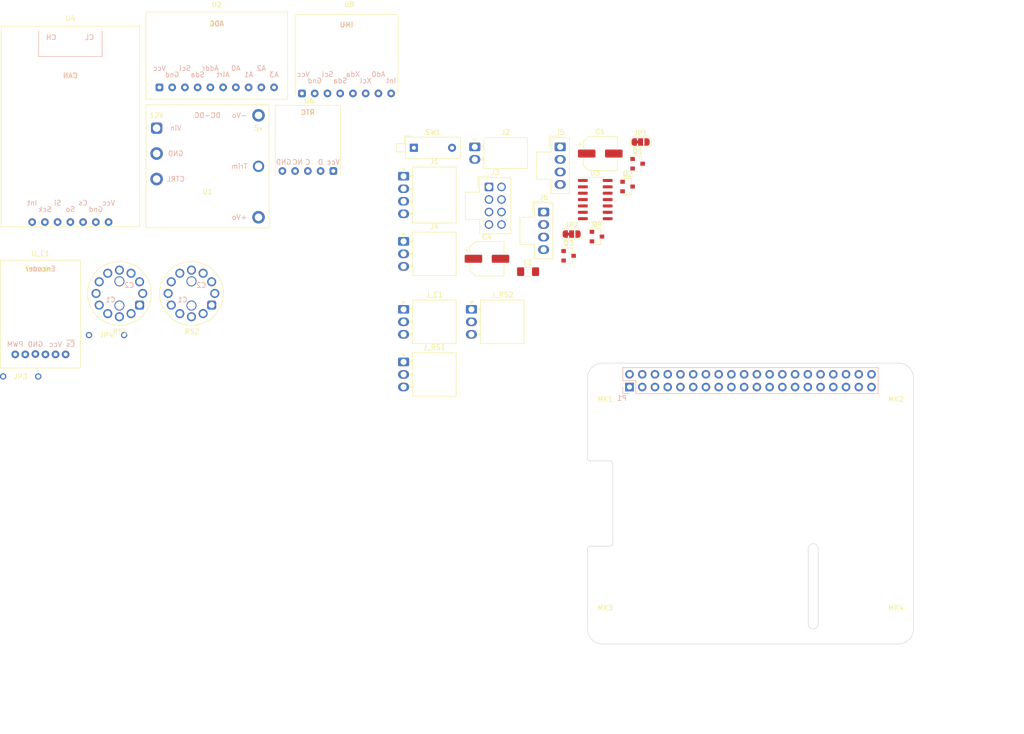
<source format=kicad_pcb>
(kicad_pcb (version 20171130) (host pcbnew 5.1.5+dfsg1-2build2)

  (general
    (thickness 1.6)
    (drawings 39)
    (tracks 0)
    (zones 0)
    (modules 35)
    (nets 97)
  )

  (page A3)
  (title_block
    (date "15 nov 2012")
  )

  (layers
    (0 F.Cu signal)
    (31 B.Cu signal)
    (32 B.Adhes user)
    (33 F.Adhes user)
    (34 B.Paste user)
    (35 F.Paste user)
    (36 B.SilkS user)
    (37 F.SilkS user)
    (38 B.Mask user)
    (39 F.Mask user)
    (40 Dwgs.User user)
    (41 Cmts.User user)
    (42 Eco1.User user)
    (43 Eco2.User user)
    (44 Edge.Cuts user)
  )

  (setup
    (last_trace_width 0.2)
    (trace_clearance 0.2)
    (zone_clearance 0.508)
    (zone_45_only no)
    (trace_min 0.1524)
    (via_size 0.9)
    (via_drill 0.6)
    (via_min_size 0.8)
    (via_min_drill 0.5)
    (uvia_size 0.5)
    (uvia_drill 0.1)
    (uvias_allowed no)
    (uvia_min_size 0.5)
    (uvia_min_drill 0.1)
    (edge_width 0.1)
    (segment_width 0.1)
    (pcb_text_width 0.3)
    (pcb_text_size 1 1)
    (mod_edge_width 0.15)
    (mod_text_size 1 1)
    (mod_text_width 0.15)
    (pad_size 2.5 2.5)
    (pad_drill 2.5)
    (pad_to_mask_clearance 0)
    (aux_axis_origin 200 150)
    (grid_origin 200 150)
    (visible_elements 7FFFFFFF)
    (pcbplotparams
      (layerselection 0x00030_80000001)
      (usegerberextensions true)
      (usegerberattributes false)
      (usegerberadvancedattributes false)
      (creategerberjobfile false)
      (excludeedgelayer true)
      (linewidth 0.150000)
      (plotframeref false)
      (viasonmask false)
      (mode 1)
      (useauxorigin false)
      (hpglpennumber 1)
      (hpglpenspeed 20)
      (hpglpendiameter 15.000000)
      (psnegative false)
      (psa4output false)
      (plotreference true)
      (plotvalue true)
      (plotinvisibletext false)
      (padsonsilk false)
      (subtractmaskfromsilk false)
      (outputformat 1)
      (mirror false)
      (drillshape 1)
      (scaleselection 1)
      (outputdirectory ""))
  )

  (net 0 "")
  (net 1 +3V3)
  (net 2 +5V)
  (net 3 GND)
  (net 4 /ID_SD)
  (net 5 /ID_SC)
  (net 6 /GPIO5)
  (net 7 /GPIO6)
  (net 8 /GPIO26)
  (net 9 "/GPIO2(SDA1)")
  (net 10 "/GPIO3(SCL1)")
  (net 11 "/GPIO4(GCLK)")
  (net 12 "/GPIO14(TXD0)")
  (net 13 "/GPIO15(RXD0)")
  (net 14 "/GPIO17(GEN0)")
  (net 15 "/GPIO27(GEN2)")
  (net 16 "/GPIO22(GEN3)")
  (net 17 "/GPIO23(GEN4)")
  (net 18 "/GPIO24(GEN5)")
  (net 19 "/GPIO25(GEN6)")
  (net 20 "/GPIO18(GEN1)(PWM0)")
  (net 21 "/GPIO10(SPI0_MOSI)")
  (net 22 "/GPIO9(SPI0_MISO)")
  (net 23 "/GPIO11(SPI0_SCK)")
  (net 24 "/GPIO8(SPI0_CE_N)")
  (net 25 "/GPIO7(SPI1_CE_N)")
  (net 26 "/GPIO12(PWM0)")
  (net 27 "/GPIO13(PWM1)")
  (net 28 "/GPIO19(SPI1_MISO)")
  (net 29 /GPIO16)
  (net 30 "/GPIO20(SPI1_MOSI)")
  (net 31 "/GPIO21(SPI1_SCK)")
  (net 32 "Net-(C4-Pad1)")
  (net 33 "Net-(F1-Pad1)")
  (net 34 "Net-(J1-Pad4)")
  (net 35 "Net-(J1-Pad3)")
  (net 36 /RX_HV)
  (net 37 /TX_HV)
  (net 38 "Net-(J5-Pad3)")
  (net 39 "Net-(J5-Pad2)")
  (net 40 "Net-(J6-Pad3)")
  (net 41 "Net-(J6-Pad2)")
  (net 42 /PCBs/E_Vcc)
  (net 43 /PCBs/E_D)
  (net 44 /PCBs/E_Gnd)
  (net 45 /PCBs/RS1_Gnd)
  (net 46 /PCBs/RS1_D)
  (net 47 /PCBs/RS1_Vcc)
  (net 48 /PCBs/RS2_Gnd)
  (net 49 /PCBs/RS2_D)
  (net 50 /PCBs/RS2_Vcc)
  (net 51 /SDA_HV)
  (net 52 /SCL_HV)
  (net 53 "Net-(SW1-Pad2)")
  (net 54 /A3)
  (net 55 "Net-(C1_S4-Pad1)")
  (net 56 "Net-(C1_S3-Pad1)")
  (net 57 /A2)
  (net 58 /A1)
  (net 59 "Net-(C1_S2-Pad1)")
  (net 60 "Net-(C1S1-Pad1)")
  (net 61 /A0)
  (net 62 "Net-(JP3-Pad1)")
  (net 63 "Net-(JP4-Pad1)")
  (net 64 "Net-(RS1-Pad14)")
  (net 65 "Net-(RS1-Pad12)")
  (net 66 "Net-(RS1-Pad1)")
  (net 67 "Net-(RS1-Pad2)")
  (net 68 "Net-(RS1-Pad3)")
  (net 69 "Net-(RS1-Pad4)")
  (net 70 "Net-(RS1-Pad5)")
  (net 71 "Net-(RS1-Pad6)")
  (net 72 "Net-(RS1-Pad7)")
  (net 73 "Net-(RS1-Pad8)")
  (net 74 "Net-(RS1-Pad9)")
  (net 75 "Net-(RS1-Pad11)")
  (net 76 "Net-(RS1-Pad10)")
  (net 77 "Net-(RS2-Pad14)")
  (net 78 "Net-(RS2-Pad12)")
  (net 79 "Net-(RS2-Pad1)")
  (net 80 "Net-(RS2-Pad2)")
  (net 81 "Net-(RS2-Pad3)")
  (net 82 "Net-(RS2-Pad4)")
  (net 83 "Net-(RS2-Pad5)")
  (net 84 "Net-(RS2-Pad6)")
  (net 85 "Net-(RS2-Pad7)")
  (net 86 "Net-(RS2-Pad8)")
  (net 87 "Net-(RS2-Pad9)")
  (net 88 "Net-(RS2-Pad11)")
  (net 89 "Net-(RS2-Pad10)")
  (net 90 "Net-(U1-Pad5)")
  (net 91 "Net-(U2-Pad6)")
  (net 92 "Net-(U2-Pad5)")
  (net 93 "Net-(U6-Pad2)")
  (net 94 "Net-(U8-Pad8)")
  (net 95 "Net-(U8-Pad6)")
  (net 96 "Net-(U8-Pad5)")

  (net_class Default "This is the default net class."
    (clearance 0.2)
    (trace_width 0.2)
    (via_dia 0.9)
    (via_drill 0.6)
    (uvia_dia 0.5)
    (uvia_drill 0.1)
    (add_net +3V3)
    (add_net +5V)
    (add_net /A0)
    (add_net /A1)
    (add_net /A2)
    (add_net /A3)
    (add_net "/GPIO10(SPI0_MOSI)")
    (add_net "/GPIO11(SPI0_SCK)")
    (add_net "/GPIO12(PWM0)")
    (add_net "/GPIO13(PWM1)")
    (add_net "/GPIO14(TXD0)")
    (add_net "/GPIO15(RXD0)")
    (add_net /GPIO16)
    (add_net "/GPIO17(GEN0)")
    (add_net "/GPIO18(GEN1)(PWM0)")
    (add_net "/GPIO19(SPI1_MISO)")
    (add_net "/GPIO2(SDA1)")
    (add_net "/GPIO20(SPI1_MOSI)")
    (add_net "/GPIO21(SPI1_SCK)")
    (add_net "/GPIO22(GEN3)")
    (add_net "/GPIO23(GEN4)")
    (add_net "/GPIO24(GEN5)")
    (add_net "/GPIO25(GEN6)")
    (add_net /GPIO26)
    (add_net "/GPIO27(GEN2)")
    (add_net "/GPIO3(SCL1)")
    (add_net "/GPIO4(GCLK)")
    (add_net /GPIO5)
    (add_net /GPIO6)
    (add_net "/GPIO7(SPI1_CE_N)")
    (add_net "/GPIO8(SPI0_CE_N)")
    (add_net "/GPIO9(SPI0_MISO)")
    (add_net /ID_SC)
    (add_net /ID_SD)
    (add_net /PCBs/E_D)
    (add_net /PCBs/E_Gnd)
    (add_net /PCBs/E_Vcc)
    (add_net /PCBs/RS1_D)
    (add_net /PCBs/RS1_Gnd)
    (add_net /PCBs/RS1_Vcc)
    (add_net /PCBs/RS2_D)
    (add_net /PCBs/RS2_Gnd)
    (add_net /PCBs/RS2_Vcc)
    (add_net /RX_HV)
    (add_net /SCL_HV)
    (add_net /SDA_HV)
    (add_net /TX_HV)
    (add_net GND)
    (add_net "Net-(C1S1-Pad1)")
    (add_net "Net-(C1_S2-Pad1)")
    (add_net "Net-(C1_S3-Pad1)")
    (add_net "Net-(C1_S4-Pad1)")
    (add_net "Net-(C4-Pad1)")
    (add_net "Net-(F1-Pad1)")
    (add_net "Net-(J1-Pad3)")
    (add_net "Net-(J1-Pad4)")
    (add_net "Net-(J5-Pad2)")
    (add_net "Net-(J5-Pad3)")
    (add_net "Net-(J6-Pad2)")
    (add_net "Net-(J6-Pad3)")
    (add_net "Net-(JP3-Pad1)")
    (add_net "Net-(JP4-Pad1)")
    (add_net "Net-(RS1-Pad1)")
    (add_net "Net-(RS1-Pad10)")
    (add_net "Net-(RS1-Pad11)")
    (add_net "Net-(RS1-Pad12)")
    (add_net "Net-(RS1-Pad14)")
    (add_net "Net-(RS1-Pad2)")
    (add_net "Net-(RS1-Pad3)")
    (add_net "Net-(RS1-Pad4)")
    (add_net "Net-(RS1-Pad5)")
    (add_net "Net-(RS1-Pad6)")
    (add_net "Net-(RS1-Pad7)")
    (add_net "Net-(RS1-Pad8)")
    (add_net "Net-(RS1-Pad9)")
    (add_net "Net-(RS2-Pad1)")
    (add_net "Net-(RS2-Pad10)")
    (add_net "Net-(RS2-Pad11)")
    (add_net "Net-(RS2-Pad12)")
    (add_net "Net-(RS2-Pad14)")
    (add_net "Net-(RS2-Pad2)")
    (add_net "Net-(RS2-Pad3)")
    (add_net "Net-(RS2-Pad4)")
    (add_net "Net-(RS2-Pad5)")
    (add_net "Net-(RS2-Pad6)")
    (add_net "Net-(RS2-Pad7)")
    (add_net "Net-(RS2-Pad8)")
    (add_net "Net-(RS2-Pad9)")
    (add_net "Net-(SW1-Pad2)")
    (add_net "Net-(U1-Pad5)")
    (add_net "Net-(U2-Pad5)")
    (add_net "Net-(U2-Pad6)")
    (add_net "Net-(U6-Pad2)")
    (add_net "Net-(U8-Pad5)")
    (add_net "Net-(U8-Pad6)")
    (add_net "Net-(U8-Pad8)")
  )

  (net_class Power ""
    (clearance 0.2)
    (trace_width 0.5)
    (via_dia 1)
    (via_drill 0.7)
    (uvia_dia 0.5)
    (uvia_drill 0.1)
  )

  (module MART:Encoder (layer F.Cu) (tedit 60C006A2) (tstamp 60C2CD95)
    (at 90.905001 84.225001)
    (path /60CDF366/60CE31FB)
    (fp_text reference U_E1 (at 0 -12.06) (layer F.SilkS)
      (effects (font (size 1 1) (thickness 0.15)))
    )
    (fp_text value Encoder (at 0 -0.5) (layer F.Fab)
      (effects (font (size 1 1) (thickness 0.15)))
    )
    (fp_text user GND (at -1.005 6.03) (layer B.SilkS)
      (effects (font (size 1 1) (thickness 0.15)) (justify mirror))
    )
    (fp_text user ~Cs (at 6.03 6.03) (layer B.SilkS)
      (effects (font (size 1 1) (thickness 0.15)) (justify mirror))
    )
    (fp_text user Vcc (at 3.015 6.03) (layer B.SilkS)
      (effects (font (size 1 1) (thickness 0.15)) (justify mirror))
    )
    (fp_text user PWM (at -5.025 6.03) (layer B.SilkS)
      (effects (font (size 1 1) (thickness 0.15)) (justify mirror))
    )
    (fp_text user Encoder (at 0 -9.045) (layer B.SilkS)
      (effects (font (size 1 1) (thickness 0.15)) (justify mirror))
    )
    (fp_text user Encoder (at 0 -9.045) (layer F.SilkS)
      (effects (font (size 1 1) (thickness 0.15)))
    )
    (fp_line (start 8 10.75) (end -8 10.75) (layer F.SilkS) (width 0.12))
    (fp_line (start -8 -10.75) (end 8 -10.75) (layer F.SilkS) (width 0.12))
    (fp_line (start 8 -10.75) (end 8 10.75) (layer F.SilkS) (width 0.12))
    (fp_line (start -8 -10.75) (end -8 10.75) (layer F.SilkS) (width 0.12))
    (pad 6 thru_hole circle (at 5.025 8.04) (size 1.524 1.524) (drill 0.762) (layers *.Cu *.Mask)
      (net 44 /PCBs/E_Gnd))
    (pad 5 thru_hole circle (at 3.015 8.04) (size 1.524 1.524) (drill 0.762) (layers *.Cu *.Mask)
      (net 42 /PCBs/E_Vcc))
    (pad 4 thru_hole circle (at 1.005 8.04) (size 1.524 1.524) (drill 0.762) (layers *.Cu *.Mask)
      (net 44 /PCBs/E_Gnd))
    (pad 1 thru_hole circle (at -5.025 8.04) (size 1.524 1.524) (drill 0.762) (layers *.Cu *.Mask)
      (net 43 /PCBs/E_D))
    (pad 2 thru_hole circle (at -3.015 8.04) (size 1.524 1.524) (drill 0.762) (layers *.Cu *.Mask)
      (net 44 /PCBs/E_Gnd))
    (pad 3 thru_hole circle (at -1.005 7.956) (size 1.524 1.524) (drill 0.762) (layers *.Cu *.Mask)
      (net 44 /PCBs/E_Gnd))
  )

  (module MART:IMU (layer F.Cu) (tedit 60C00EF2) (tstamp 60C2CD81)
    (at 151.953001 32.601001)
    (path /60BCD0DB)
    (fp_text reference U8 (at 0.508 -10.16) (layer F.SilkS)
      (effects (font (size 1 1) (thickness 0.15)))
    )
    (fp_text value IMU (at 0 -0.5) (layer F.Fab)
      (effects (font (size 1 1) (thickness 0.15)))
    )
    (fp_text user IMU (at 0 -6.096) (layer B.SilkS)
      (effects (font (size 1 1) (thickness 0.15)) (justify mirror))
    )
    (fp_text user Int (at 8.89 5.08) (layer B.SilkS)
      (effects (font (size 1 1) (thickness 0.15)) (justify mirror))
    )
    (fp_text user Ad0 (at 6.35 3.81) (layer B.SilkS)
      (effects (font (size 1 1) (thickness 0.15)) (justify mirror))
    )
    (fp_text user Xcl (at 3.81 5.08) (layer B.SilkS)
      (effects (font (size 1 1) (thickness 0.15)) (justify mirror))
    )
    (fp_text user Xda (at 1.27 3.81) (layer B.SilkS)
      (effects (font (size 1 1) (thickness 0.15)) (justify mirror))
    )
    (fp_text user Sda (at -1.27 5.08) (layer B.SilkS)
      (effects (font (size 1 1) (thickness 0.15)) (justify mirror))
    )
    (fp_text user Scl (at -3.81 3.81) (layer B.SilkS)
      (effects (font (size 1 1) (thickness 0.15)) (justify mirror))
    )
    (fp_text user Gnd (at -6.35 5.08) (layer B.SilkS)
      (effects (font (size 1 1) (thickness 0.15)) (justify mirror))
    )
    (fp_text user Vcc (at -8.636 3.81) (layer B.SilkS)
      (effects (font (size 1 1) (thickness 0.15)) (justify mirror))
    )
    (fp_text user IMU (at 0 -6.096) (layer F.SilkS)
      (effects (font (size 1 1) (thickness 0.15)))
    )
    (fp_line (start -10.25 -7.9) (end -10.25 7.9) (layer F.SilkS) (width 0.12))
    (fp_line (start 10.25 7.9) (end 10.25 -7.9) (layer F.SilkS) (width 0.12))
    (fp_line (start -10.16 -8.128) (end 10.16 -8.128) (layer F.SilkS) (width 0.12))
    (fp_line (start -10.668 -8.636) (end -10.668 8.636) (layer F.CrtYd) (width 0.12))
    (fp_line (start -10.668 8.636) (end 10.668 8.636) (layer F.CrtYd) (width 0.12))
    (fp_line (start 10.668 8.636) (end 10.668 -8.636) (layer F.CrtYd) (width 0.12))
    (fp_line (start 10.668 -8.636) (end -10.668 -8.636) (layer F.CrtYd) (width 0.12))
    (pad 8 thru_hole circle (at 8.89 7.62) (size 1.524 1.524) (drill 0.762) (layers *.Cu *.Mask)
      (net 94 "Net-(U8-Pad8)"))
    (pad 7 thru_hole circle (at 6.35 7.62) (size 1.524 1.524) (drill 0.762) (layers *.Cu *.Mask)
      (net 1 +3V3))
    (pad 6 thru_hole circle (at 3.81 7.62) (size 1.524 1.524) (drill 0.762) (layers *.Cu *.Mask)
      (net 95 "Net-(U8-Pad6)"))
    (pad 5 thru_hole circle (at 1.27 7.62) (size 1.524 1.524) (drill 0.762) (layers *.Cu *.Mask)
      (net 96 "Net-(U8-Pad5)"))
    (pad 4 thru_hole circle (at -1.27 7.62) (size 1.524 1.524) (drill 0.762) (layers *.Cu *.Mask)
      (net 9 "/GPIO2(SDA1)"))
    (pad 1 thru_hole roundrect (at -8.89 7.62) (size 1.524 1.524) (drill 0.762) (layers *.Cu *.Mask) (roundrect_rratio 0.25)
      (net 2 +5V))
    (pad 2 thru_hole circle (at -6.35 7.62) (size 1.524 1.524) (drill 0.762) (layers *.Cu *.Mask)
      (net 3 GND))
    (pad 3 thru_hole circle (at -3.81 7.62) (size 1.524 1.524) (drill 0.762) (layers *.Cu *.Mask)
      (net 10 "/GPIO3(SCL1)"))
  )

  (module MART:RTC (layer F.Cu) (tedit 60C00E58) (tstamp 60C2CD64)
    (at 144.229001 49.343001)
    (path /60BCC51F)
    (fp_text reference U6 (at 0.254 -7.62) (layer F.SilkS)
      (effects (font (size 1 1) (thickness 0.15)))
    )
    (fp_text value RTC (at 0 -0.5) (layer F.Fab)
      (effects (font (size 1 1) (thickness 0.15)))
    )
    (fp_text user RTC (at 0 -5.334) (layer B.SilkS)
      (effects (font (size 1 1) (thickness 0.15)) (justify mirror))
    )
    (fp_text user NC (at -2.032 4.572) (layer B.SilkS)
      (effects (font (size 1 1) (thickness 0.15)) (justify mirror))
    )
    (fp_text user C (at 0 4.572) (layer B.SilkS)
      (effects (font (size 1 1) (thickness 0.15)) (justify mirror))
    )
    (fp_text user D (at 2.54 4.572) (layer B.SilkS)
      (effects (font (size 1 1) (thickness 0.15)) (justify mirror))
    )
    (fp_text user Vcc (at 5.08 4.572) (layer B.SilkS)
      (effects (font (size 1 1) (thickness 0.15)) (justify mirror))
    )
    (fp_text user GND (at -4.826 4.572) (layer B.SilkS)
      (effects (font (size 1 1) (thickness 0.15)) (justify mirror))
    )
    (fp_text user RTC (at 0 -5.334) (layer F.SilkS)
      (effects (font (size 1 1) (thickness 0.15)))
    )
    (fp_line (start -6.5 -6.75) (end -6.5 7.25) (layer F.SilkS) (width 0.12))
    (fp_line (start 6.5 7.25) (end 6.5 -6.75) (layer F.SilkS) (width 0.12))
    (fp_line (start -6.5 -6.75) (end 6.5 -6.75) (layer F.SilkS) (width 0.12))
    (fp_line (start -6.604 -6.858) (end -6.604 7.112) (layer F.CrtYd) (width 0.12))
    (fp_line (start -6.604 7.62) (end 7.62 7.62) (layer F.CrtYd) (width 0.12))
    (fp_line (start 7.62 7.112) (end 7.62 -6.858) (layer F.CrtYd) (width 0.12))
    (fp_line (start 7.62 -6.858) (end -6.604 -6.858) (layer F.CrtYd) (width 0.12))
    (pad 1 thru_hole circle (at -5.08 6.35) (size 1.524 1.524) (drill 0.762) (layers *.Cu *.Mask)
      (net 3 GND))
    (pad 2 thru_hole circle (at -2.54 6.35) (size 1.524 1.524) (drill 0.762) (layers *.Cu *.Mask)
      (net 93 "Net-(U6-Pad2)"))
    (pad 5 thru_hole roundrect (at 5.08 6.35) (size 1.524 1.524) (drill 0.762) (layers *.Cu *.Mask) (roundrect_rratio 0.25)
      (net 2 +5V))
    (pad 4 thru_hole circle (at 2.54 6.35) (size 1.524 1.524) (drill 0.762) (layers *.Cu *.Mask)
      (net 9 "/GPIO2(SDA1)"))
    (pad 3 thru_hole circle (at 0 6.35) (size 1.524 1.524) (drill 0.762) (layers *.Cu *.Mask)
      (net 10 "/GPIO3(SCL1)"))
  )

  (module MART:CAN (layer F.Cu) (tedit 60C00F6E) (tstamp 60C2CD4D)
    (at 96.875001 46.825001)
    (path /60BD9E17)
    (fp_text reference U4 (at 0 -21.59) (layer F.SilkS)
      (effects (font (size 1 1) (thickness 0.15)))
    )
    (fp_text value CAN (at 0 -0.5) (layer F.Fab)
      (effects (font (size 1 1) (thickness 0.15)))
    )
    (fp_text user CL (at 3.81 -17.78) (layer B.SilkS)
      (effects (font (size 1 1) (thickness 0.15)) (justify mirror))
    )
    (fp_text user CH (at -3.81 -17.78) (layer B.SilkS)
      (effects (font (size 1 1) (thickness 0.15)) (justify mirror))
    )
    (fp_line (start 6.35 -13.97) (end 6.35 -19.05) (layer B.SilkS) (width 0.12))
    (fp_line (start -6.35 -13.97) (end 6.35 -13.97) (layer B.SilkS) (width 0.12))
    (fp_line (start -6.35 -19.05) (end -6.35 -13.97) (layer B.SilkS) (width 0.12))
    (fp_text user CAN (at 0 -10.16) (layer B.SilkS)
      (effects (font (size 1 1) (thickness 0.15)) (justify mirror))
    )
    (fp_text user CAN (at 0 -10.16) (layer F.SilkS)
      (effects (font (size 1 1) (thickness 0.15)))
    )
    (fp_text user Int (at -7.62 15.24) (layer B.SilkS)
      (effects (font (size 1 1) (thickness 0.15)) (justify mirror))
    )
    (fp_text user Sck (at -5.08 16.51) (layer B.SilkS)
      (effects (font (size 1 1) (thickness 0.15)) (justify mirror))
    )
    (fp_text user Si (at -2.54 15.24) (layer B.SilkS)
      (effects (font (size 1 1) (thickness 0.15)) (justify mirror))
    )
    (fp_text user So (at 0 16.51) (layer B.SilkS)
      (effects (font (size 1 1) (thickness 0.15)) (justify mirror))
    )
    (fp_text user Cs (at 2.54 15.24) (layer B.SilkS)
      (effects (font (size 1 1) (thickness 0.15)) (justify mirror))
    )
    (fp_text user Gnd (at 5.08 16.51) (layer B.SilkS)
      (effects (font (size 1 1) (thickness 0.15)) (justify mirror))
    )
    (fp_text user Vcc (at 7.62 15.24) (layer B.SilkS)
      (effects (font (size 1 1) (thickness 0.15)) (justify mirror))
    )
    (fp_line (start -13.8 -20) (end -13.8 20) (layer F.SilkS) (width 0.12))
    (fp_line (start 13.8 -20) (end 13.8 20) (layer F.SilkS) (width 0.12))
    (fp_line (start 13.8 -20) (end -13.8 -20) (layer F.SilkS) (width 0.12))
    (fp_line (start -13.8 20) (end 13.8 20) (layer F.SilkS) (width 0.12))
    (fp_line (start -13.97 -22.86) (end -13.97 21.59) (layer F.CrtYd) (width 0.12))
    (fp_line (start -13.97 21.59) (end 13.97 21.59) (layer F.CrtYd) (width 0.12))
    (fp_line (start 13.97 21.59) (end 13.97 -22.86) (layer F.CrtYd) (width 0.12))
    (fp_line (start 13.97 -22.86) (end -13.97 -22.86) (layer F.CrtYd) (width 0.12))
    (pad 7 thru_hole circle (at -7.62 19.05) (size 1.524 1.524) (drill 0.762) (layers *.Cu *.Mask)
      (net 19 "/GPIO25(GEN6)"))
    (pad 6 thru_hole circle (at -5.08 19.05) (size 1.524 1.524) (drill 0.762) (layers *.Cu *.Mask)
      (net 23 "/GPIO11(SPI0_SCK)"))
    (pad 5 thru_hole circle (at -2.54 19.05) (size 1.524 1.524) (drill 0.762) (layers *.Cu *.Mask)
      (net 21 "/GPIO10(SPI0_MOSI)"))
    (pad 1 thru_hole circle (at 7.62 19.05) (size 1.524 1.524) (drill 0.762) (layers *.Cu *.Mask)
      (net 2 +5V))
    (pad 2 thru_hole circle (at 5.08 19.05) (size 1.524 1.524) (drill 0.762) (layers *.Cu *.Mask)
      (net 3 GND))
    (pad 3 thru_hole circle (at 2.54 19.05) (size 1.524 1.524) (drill 0.762) (layers *.Cu *.Mask)
      (net 24 "/GPIO8(SPI0_CE_N)"))
    (pad 4 thru_hole circle (at 0 19.05) (size 1.524 1.524) (drill 0.762) (layers *.Cu *.Mask)
      (net 22 "/GPIO9(SPI0_MISO)"))
  )

  (module MART:ADC (layer F.Cu) (tedit 60C015D6) (tstamp 60C2CCEE)
    (at 126.065001 32.665001)
    (path /60BCB220)
    (fp_text reference U2 (at 0 -10.16) (layer F.SilkS)
      (effects (font (size 1 1) (thickness 0.15)))
    )
    (fp_text value ADC (at 0 -0.5) (layer F.Fab)
      (effects (font (size 1 1) (thickness 0.15)))
    )
    (fp_text user ADC (at 0 -6.35) (layer B.SilkS)
      (effects (font (size 1 1) (thickness 0.15)) (justify mirror))
    )
    (fp_text user A3 (at 11.43 3.81) (layer B.SilkS)
      (effects (font (size 1 1) (thickness 0.15)) (justify mirror))
    )
    (fp_text user A2 (at 8.89 2.54) (layer B.SilkS)
      (effects (font (size 1 1) (thickness 0.15)) (justify mirror))
    )
    (fp_text user A1 (at 6.35 3.81) (layer B.SilkS)
      (effects (font (size 1 1) (thickness 0.15)) (justify mirror))
    )
    (fp_text user A0 (at 3.81 2.54) (layer B.SilkS)
      (effects (font (size 1 1) (thickness 0.15)) (justify mirror))
    )
    (fp_text user Alrt (at 1.27 3.81) (layer B.SilkS)
      (effects (font (size 1 1) (thickness 0.15)) (justify mirror))
    )
    (fp_text user Addr (at -1.27 2.54) (layer B.SilkS)
      (effects (font (size 1 1) (thickness 0.15)) (justify mirror))
    )
    (fp_text user Sda (at -3.81 3.81) (layer B.SilkS)
      (effects (font (size 1 1) (thickness 0.15)) (justify mirror))
    )
    (fp_text user Scl (at -6.35 2.54) (layer B.SilkS)
      (effects (font (size 1 1) (thickness 0.15)) (justify mirror))
    )
    (fp_text user Gnd (at -8.89 3.81) (layer B.SilkS)
      (effects (font (size 1 1) (thickness 0.15)) (justify mirror))
    )
    (fp_text user Vcc (at -11.43 2.54) (layer B.SilkS)
      (effects (font (size 1 1) (thickness 0.15)) (justify mirror))
    )
    (fp_text user ADC (at 0 -6.35) (layer F.SilkS)
      (effects (font (size 1 1) (thickness 0.15)))
    )
    (fp_line (start -14.1 -8.7) (end -14.1 8.7) (layer F.SilkS) (width 0.12))
    (fp_line (start 14.1 -8.7) (end 14.1 8.7) (layer F.SilkS) (width 0.12))
    (fp_line (start -14.1 -8.7) (end 14.1 -8.7) (layer F.SilkS) (width 0.12))
    (fp_line (start 14.1 8.7) (end -14.1 8.7) (layer F.SilkS) (width 0.12))
    (pad 10 thru_hole circle (at 11.43 6.35) (size 1.524 1.524) (drill 0.762) (layers *.Cu *.Mask)
      (net 54 /A3))
    (pad 9 thru_hole circle (at 8.89 6.35) (size 1.524 1.524) (drill 0.762) (layers *.Cu *.Mask)
      (net 57 /A2))
    (pad 8 thru_hole circle (at 6.35 6.35) (size 1.524 1.524) (drill 0.762) (layers *.Cu *.Mask)
      (net 58 /A1))
    (pad 7 thru_hole circle (at 3.81 6.35) (size 1.524 1.524) (drill 0.762) (layers *.Cu *.Mask)
      (net 61 /A0))
    (pad 6 thru_hole circle (at 1.27 6.35) (size 1.524 1.524) (drill 0.762) (layers *.Cu *.Mask)
      (net 91 "Net-(U2-Pad6)"))
    (pad 1 thru_hole roundrect (at -11.43 6.35) (size 1.524 1.524) (drill 0.762) (layers *.Cu *.Mask) (roundrect_rratio 0.25)
      (net 1 +3V3))
    (pad 2 thru_hole circle (at -8.89 6.35) (size 1.524 1.524) (drill 0.762) (layers *.Cu *.Mask)
      (net 3 GND))
    (pad 3 thru_hole circle (at -6.35 6.35) (size 1.524 1.524) (drill 0.762) (layers *.Cu *.Mask)
      (net 10 "/GPIO3(SCL1)"))
    (pad 4 thru_hole circle (at -3.81 6.35) (size 1.524 1.524) (drill 0.762) (layers *.Cu *.Mask)
      (net 9 "/GPIO2(SDA1)"))
    (pad 5 thru_hole circle (at -1.27 6.35) (size 1.524 1.524) (drill 0.762) (layers *.Cu *.Mask)
      (net 92 "Net-(U2-Pad5)"))
  )

  (module MART:DC-DC (layer F.Cu) (tedit 60C017B3) (tstamp 60C2CCD0)
    (at 124.235001 54.755001)
    (path /60A5FE32)
    (fp_text reference U1 (at 0 5.08) (layer F.SilkS)
      (effects (font (size 1 1) (thickness 0.15)))
    )
    (fp_text value DC-DC (at 0 -7.62) (layer F.Fab)
      (effects (font (size 1 1) (thickness 0.15)))
    )
    (fp_text user DC-DC (at 0 -10.16) (layer B.SilkS)
      (effects (font (size 1 1) (thickness 0.15)) (justify mirror))
    )
    (fp_text user 5v (at 10.16 -7.62) (layer F.SilkS)
      (effects (font (size 1 1) (thickness 0.15)))
    )
    (fp_text user 12V (at -10.16 -10.16) (layer F.SilkS)
      (effects (font (size 1 1) (thickness 0.15)))
    )
    (fp_text user DC-DC (at 0 -10.16) (layer F.SilkS)
      (effects (font (size 1 1) (thickness 0.15)))
    )
    (fp_text user -Vo (at 6.35 -10.16) (layer B.SilkS)
      (effects (font (size 1 1) (thickness 0.15)) (justify mirror))
    )
    (fp_text user Trim (at 6.35 0) (layer B.SilkS)
      (effects (font (size 1 1) (thickness 0.15)) (justify mirror))
    )
    (fp_text user +Vo (at 6.35 10.16) (layer B.SilkS)
      (effects (font (size 1 1) (thickness 0.15)) (justify mirror))
    )
    (fp_text user Vin (at -6.35 -7.62) (layer B.SilkS)
      (effects (font (size 1 1) (thickness 0.15)) (justify mirror))
    )
    (fp_text user GND (at -6.35 -2.54) (layer B.SilkS)
      (effects (font (size 1 1) (thickness 0.15)) (justify mirror))
    )
    (fp_text user CTRL (at -6.35 2.54) (layer B.SilkS)
      (effects (font (size 1 1) (thickness 0.15)) (justify mirror))
    )
    (fp_line (start -12.27 -12.27) (end -12.27 12.27) (layer F.SilkS) (width 0.12))
    (fp_line (start 12.27 12.27) (end 12.27 -12.27) (layer F.SilkS) (width 0.12))
    (fp_line (start -12.27 -12.27) (end 12.27 -12.27) (layer F.SilkS) (width 0.12))
    (fp_line (start 12.27 12.27) (end -12.27 12.27) (layer F.SilkS) (width 0.12))
    (pad 6 thru_hole circle (at 10.16 -10.16) (size 2.5 2.5) (drill 1.5) (layers *.Cu *.Mask)
      (net 3 GND))
    (pad 5 thru_hole circle (at 10.16 0) (size 2.25 2.25) (drill 1.5) (layers *.Cu *.Mask)
      (net 90 "Net-(U1-Pad5)"))
    (pad 4 thru_hole circle (at 10.16 10.16) (size 2.5 2.5) (drill 1.5) (layers *.Cu *.Mask)
      (net 2 +5V))
    (pad 3 thru_hole circle (at -10.16 2.54) (size 2.5 2.5) (drill 1.5) (layers *.Cu *.Mask)
      (net 32 "Net-(C4-Pad1)"))
    (pad 2 thru_hole circle (at -10.16 -2.54) (size 2.5 2.5) (drill 1.5) (layers *.Cu *.Mask)
      (net 3 GND))
    (pad 1 thru_hole roundrect (at -10.16 -7.62) (size 2.25 2.25) (drill 1.5) (layers *.Cu *.Mask) (roundrect_rratio 0.25)
      (net 53 "Net-(SW1-Pad2)"))
  )

  (module MART:Rot_Switch (layer F.Cu) (tedit 60C00E0C) (tstamp 60C2CC7E)
    (at 121.024596 80.104596)
    (path /60CDF366/60CE3033)
    (fp_text reference RS2 (at 0.127 7.62) (layer F.SilkS)
      (effects (font (size 1 1) (thickness 0.15)))
    )
    (fp_text value RotSwitch (at 0 -7.493) (layer F.Fab)
      (effects (font (size 1 1) (thickness 0.15)))
    )
    (fp_circle (center 0 0) (end 6.223 -2.286) (layer F.CrtYd) (width 0.12))
    (fp_circle (center 0 0) (end 6.35 0) (layer F.SilkS) (width 0.12))
    (fp_text user C2 (at 1.95 -1.63) (layer B.SilkS)
      (effects (font (size 1 1) (thickness 0.15)) (justify mirror))
    )
    (fp_text user C1 (at -1.79 1.25) (layer B.SilkS)
      (effects (font (size 1 1) (thickness 0.15)) (justify mirror))
    )
    (fp_circle (center 0 0) (end 2.415 0) (layer F.CrtYd) (width 0.12))
    (fp_circle (center 0 0) (end 4.65 0) (layer F.CrtYd) (width 0.12))
    (pad 14 thru_hole circle (at 0 -2.415) (size 2 2) (drill 1.6) (layers *.Cu *.Mask)
      (net 77 "Net-(RS2-Pad14)"))
    (pad 13 thru_hole circle (at 0 2.415) (size 2 2) (drill 1.6) (layers *.Cu *.Mask)
      (net 63 "Net-(JP4-Pad1)"))
    (pad 12 thru_hole circle (at 4.65 0) (size 1.8 1.8) (drill 1.2) (layers *.Cu *.Mask)
      (net 78 "Net-(RS2-Pad12)"))
    (pad 1 thru_hole roundrect (at 4.027 2.325) (size 1.8 1.8) (drill 1.2) (layers *.Cu *.Mask) (roundrect_rratio 0.25)
      (net 79 "Net-(RS2-Pad1)"))
    (pad 2 thru_hole circle (at 2.325 4.027) (size 1.8 1.8) (drill 1.2) (layers *.Cu *.Mask)
      (net 80 "Net-(RS2-Pad2)"))
    (pad 3 thru_hole circle (at 0 4.65) (size 1.8 1.8) (drill 1.2) (layers *.Cu *.Mask)
      (net 81 "Net-(RS2-Pad3)"))
    (pad 4 thru_hole circle (at -2.325 4.027) (size 1.8 1.8) (drill 1.2) (layers *.Cu *.Mask)
      (net 82 "Net-(RS2-Pad4)"))
    (pad 5 thru_hole circle (at -4.027 2.325) (size 1.8 1.8) (drill 1.2) (layers *.Cu *.Mask)
      (net 83 "Net-(RS2-Pad5)"))
    (pad 6 thru_hole circle (at -4.65 0) (size 1.8 1.8) (drill 1.2) (layers *.Cu *.Mask)
      (net 84 "Net-(RS2-Pad6)"))
    (pad 7 thru_hole circle (at -4.027 -2.325) (size 1.8 1.8) (drill 1.2) (layers *.Cu *.Mask)
      (net 85 "Net-(RS2-Pad7)"))
    (pad 8 thru_hole circle (at -2.325 -4.027) (size 1.8 1.8) (drill 1.2) (layers *.Cu *.Mask)
      (net 86 "Net-(RS2-Pad8)"))
    (pad 9 thru_hole circle (at 0 -4.65) (size 1.8 1.8) (drill 1.2) (layers *.Cu *.Mask)
      (net 87 "Net-(RS2-Pad9)"))
    (pad 11 thru_hole circle (at 4.027 -2.325) (size 1.8 1.8) (drill 1.2) (layers *.Cu *.Mask)
      (net 88 "Net-(RS2-Pad11)"))
    (pad 10 thru_hole circle (at 2.325 -4.027) (size 1.8 1.8) (drill 1.2) (layers *.Cu *.Mask)
      (net 89 "Net-(RS2-Pad10)"))
  )

  (module MART:Rot_Switch (layer F.Cu) (tedit 60C00E0C) (tstamp 60C2CC66)
    (at 106.654596 80.104596)
    (path /60CDF366/60CFD3D4)
    (fp_text reference RS1 (at 0.127 7.62) (layer F.SilkS)
      (effects (font (size 1 1) (thickness 0.15)))
    )
    (fp_text value RotSwitch (at 0 -7.493) (layer F.Fab)
      (effects (font (size 1 1) (thickness 0.15)))
    )
    (fp_circle (center 0 0) (end 6.223 -2.286) (layer F.CrtYd) (width 0.12))
    (fp_circle (center 0 0) (end 6.35 0) (layer F.SilkS) (width 0.12))
    (fp_text user C2 (at 1.95 -1.63) (layer B.SilkS)
      (effects (font (size 1 1) (thickness 0.15)) (justify mirror))
    )
    (fp_text user C1 (at -1.79 1.25) (layer B.SilkS)
      (effects (font (size 1 1) (thickness 0.15)) (justify mirror))
    )
    (fp_circle (center 0 0) (end 2.415 0) (layer F.CrtYd) (width 0.12))
    (fp_circle (center 0 0) (end 4.65 0) (layer F.CrtYd) (width 0.12))
    (pad 14 thru_hole circle (at 0 -2.415) (size 2 2) (drill 1.6) (layers *.Cu *.Mask)
      (net 64 "Net-(RS1-Pad14)"))
    (pad 13 thru_hole circle (at 0 2.415) (size 2 2) (drill 1.6) (layers *.Cu *.Mask)
      (net 62 "Net-(JP3-Pad1)"))
    (pad 12 thru_hole circle (at 4.65 0) (size 1.8 1.8) (drill 1.2) (layers *.Cu *.Mask)
      (net 65 "Net-(RS1-Pad12)"))
    (pad 1 thru_hole roundrect (at 4.027 2.325) (size 1.8 1.8) (drill 1.2) (layers *.Cu *.Mask) (roundrect_rratio 0.25)
      (net 66 "Net-(RS1-Pad1)"))
    (pad 2 thru_hole circle (at 2.325 4.027) (size 1.8 1.8) (drill 1.2) (layers *.Cu *.Mask)
      (net 67 "Net-(RS1-Pad2)"))
    (pad 3 thru_hole circle (at 0 4.65) (size 1.8 1.8) (drill 1.2) (layers *.Cu *.Mask)
      (net 68 "Net-(RS1-Pad3)"))
    (pad 4 thru_hole circle (at -2.325 4.027) (size 1.8 1.8) (drill 1.2) (layers *.Cu *.Mask)
      (net 69 "Net-(RS1-Pad4)"))
    (pad 5 thru_hole circle (at -4.027 2.325) (size 1.8 1.8) (drill 1.2) (layers *.Cu *.Mask)
      (net 70 "Net-(RS1-Pad5)"))
    (pad 6 thru_hole circle (at -4.65 0) (size 1.8 1.8) (drill 1.2) (layers *.Cu *.Mask)
      (net 71 "Net-(RS1-Pad6)"))
    (pad 7 thru_hole circle (at -4.027 -2.325) (size 1.8 1.8) (drill 1.2) (layers *.Cu *.Mask)
      (net 72 "Net-(RS1-Pad7)"))
    (pad 8 thru_hole circle (at -2.325 -4.027) (size 1.8 1.8) (drill 1.2) (layers *.Cu *.Mask)
      (net 73 "Net-(RS1-Pad8)"))
    (pad 9 thru_hole circle (at 0 -4.65) (size 1.8 1.8) (drill 1.2) (layers *.Cu *.Mask)
      (net 74 "Net-(RS1-Pad9)"))
    (pad 11 thru_hole circle (at 4.027 -2.325) (size 1.8 1.8) (drill 1.2) (layers *.Cu *.Mask)
      (net 75 "Net-(RS1-Pad11)"))
    (pad 10 thru_hole circle (at 2.325 -4.027) (size 1.8 1.8) (drill 1.2) (layers *.Cu *.Mask)
      (net 76 "Net-(RS1-Pad10)"))
  )

  (module MART:Bridge_7mm (layer F.Cu) (tedit 60C0DC32) (tstamp 60C2CAFC)
    (at 104.09 88.41)
    (path /60CDF366/6101C227)
    (fp_text reference JP4 (at 0 0) (layer F.SilkS)
      (effects (font (size 1 1) (thickness 0.15)))
    )
    (fp_text value Jumper (at 0 -2.54) (layer F.Fab)
      (effects (font (size 1 1) (thickness 0.15)))
    )
    (pad 2 thru_hole circle (at 3.5 0) (size 1.25 1.25) (drill 0.765) (layers *.Cu *.Mask)
      (net 49 /PCBs/RS2_D))
    (pad 1 thru_hole circle (at -3.5 0) (size 1.25 1.25) (drill 0.765) (layers *.Cu *.Mask)
      (net 63 "Net-(JP4-Pad1)"))
  )

  (module MART:Bridge_7mm (layer F.Cu) (tedit 60C0DC32) (tstamp 60C2CAF6)
    (at 86.97 96.66)
    (path /60CDF366/6100A3DB)
    (fp_text reference JP3 (at 0 0) (layer F.SilkS)
      (effects (font (size 1 1) (thickness 0.15)))
    )
    (fp_text value Jumper (at 0 -2.54) (layer F.Fab)
      (effects (font (size 1 1) (thickness 0.15)))
    )
    (pad 2 thru_hole circle (at 3.5 0) (size 1.25 1.25) (drill 0.765) (layers *.Cu *.Mask)
      (net 46 /PCBs/RS1_D))
    (pad 1 thru_hole circle (at -3.5 0) (size 1.25 1.25) (drill 0.765) (layers *.Cu *.Mask)
      (net 62 "Net-(JP3-Pad1)"))
  )

  (module Package_SO:SOIC-14_3.9x8.7mm_P1.27mm (layer F.Cu) (tedit 5D9F72B1) (tstamp 60C25706)
    (at 201.54 61.39)
    (descr "SOIC, 14 Pin (JEDEC MS-012AB, https://www.analog.com/media/en/package-pcb-resources/package/pkg_pdf/soic_narrow-r/r_14.pdf), generated with kicad-footprint-generator ipc_gullwing_generator.py")
    (tags "SOIC SO")
    (path /60EBA8C4)
    (attr smd)
    (fp_text reference U3 (at 0 -5.28) (layer F.SilkS)
      (effects (font (size 1 1) (thickness 0.15)))
    )
    (fp_text value LM324 (at 0 5.28) (layer F.Fab)
      (effects (font (size 1 1) (thickness 0.15)))
    )
    (fp_text user %R (at 0 0) (layer F.Fab)
      (effects (font (size 0.98 0.98) (thickness 0.15)))
    )
    (fp_line (start 3.7 -4.58) (end -3.7 -4.58) (layer F.CrtYd) (width 0.05))
    (fp_line (start 3.7 4.58) (end 3.7 -4.58) (layer F.CrtYd) (width 0.05))
    (fp_line (start -3.7 4.58) (end 3.7 4.58) (layer F.CrtYd) (width 0.05))
    (fp_line (start -3.7 -4.58) (end -3.7 4.58) (layer F.CrtYd) (width 0.05))
    (fp_line (start -1.95 -3.35) (end -0.975 -4.325) (layer F.Fab) (width 0.1))
    (fp_line (start -1.95 4.325) (end -1.95 -3.35) (layer F.Fab) (width 0.1))
    (fp_line (start 1.95 4.325) (end -1.95 4.325) (layer F.Fab) (width 0.1))
    (fp_line (start 1.95 -4.325) (end 1.95 4.325) (layer F.Fab) (width 0.1))
    (fp_line (start -0.975 -4.325) (end 1.95 -4.325) (layer F.Fab) (width 0.1))
    (fp_line (start 0 -4.435) (end -3.45 -4.435) (layer F.SilkS) (width 0.12))
    (fp_line (start 0 -4.435) (end 1.95 -4.435) (layer F.SilkS) (width 0.12))
    (fp_line (start 0 4.435) (end -1.95 4.435) (layer F.SilkS) (width 0.12))
    (fp_line (start 0 4.435) (end 1.95 4.435) (layer F.SilkS) (width 0.12))
    (pad 14 smd roundrect (at 2.475 -3.81) (size 1.95 0.6) (layers F.Cu F.Paste F.Mask) (roundrect_rratio 0.25)
      (net 54 /A3))
    (pad 13 smd roundrect (at 2.475 -2.54) (size 1.95 0.6) (layers F.Cu F.Paste F.Mask) (roundrect_rratio 0.25)
      (net 55 "Net-(C1_S4-Pad1)"))
    (pad 12 smd roundrect (at 2.475 -1.27) (size 1.95 0.6) (layers F.Cu F.Paste F.Mask) (roundrect_rratio 0.25)
      (net 3 GND))
    (pad 11 smd roundrect (at 2.475 0) (size 1.95 0.6) (layers F.Cu F.Paste F.Mask) (roundrect_rratio 0.25)
      (net 3 GND))
    (pad 10 smd roundrect (at 2.475 1.27) (size 1.95 0.6) (layers F.Cu F.Paste F.Mask) (roundrect_rratio 0.25)
      (net 3 GND))
    (pad 9 smd roundrect (at 2.475 2.54) (size 1.95 0.6) (layers F.Cu F.Paste F.Mask) (roundrect_rratio 0.25)
      (net 56 "Net-(C1_S3-Pad1)"))
    (pad 8 smd roundrect (at 2.475 3.81) (size 1.95 0.6) (layers F.Cu F.Paste F.Mask) (roundrect_rratio 0.25)
      (net 57 /A2))
    (pad 7 smd roundrect (at -2.475 3.81) (size 1.95 0.6) (layers F.Cu F.Paste F.Mask) (roundrect_rratio 0.25)
      (net 58 /A1))
    (pad 6 smd roundrect (at -2.475 2.54) (size 1.95 0.6) (layers F.Cu F.Paste F.Mask) (roundrect_rratio 0.25)
      (net 59 "Net-(C1_S2-Pad1)"))
    (pad 5 smd roundrect (at -2.475 1.27) (size 1.95 0.6) (layers F.Cu F.Paste F.Mask) (roundrect_rratio 0.25)
      (net 3 GND))
    (pad 4 smd roundrect (at -2.475 0) (size 1.95 0.6) (layers F.Cu F.Paste F.Mask) (roundrect_rratio 0.25)
      (net 2 +5V))
    (pad 3 smd roundrect (at -2.475 -1.27) (size 1.95 0.6) (layers F.Cu F.Paste F.Mask) (roundrect_rratio 0.25)
      (net 3 GND))
    (pad 2 smd roundrect (at -2.475 -2.54) (size 1.95 0.6) (layers F.Cu F.Paste F.Mask) (roundrect_rratio 0.25)
      (net 60 "Net-(C1S1-Pad1)"))
    (pad 1 smd roundrect (at -2.475 -3.81) (size 1.95 0.6) (layers F.Cu F.Paste F.Mask) (roundrect_rratio 0.25)
      (net 61 /A0))
    (model ${KISYS3DMOD}/Package_SO.3dshapes/SOIC-14_3.9x8.7mm_P1.27mm.wrl
      (at (xyz 0 0 0))
      (scale (xyz 1 1 1))
      (rotate (xyz 0 0 0))
    )
  )

  (module Button_Switch_THT:SW_DIP_SPSTx01_Piano_10.8x4.1mm_W7.62mm_P2.54mm (layer F.Cu) (tedit 5A4E1404) (tstamp 60C256E6)
    (at 165.37 51.06)
    (descr "1x-dip-switch SPST , Piano, row spacing 7.62 mm (300 mils), body size 10.8x4.1mm")
    (tags "DIP Switch SPST Piano 7.62mm 300mil")
    (path /60BC6004)
    (fp_text reference SW1 (at 3.81 -3.11) (layer F.SilkS)
      (effects (font (size 1 1) (thickness 0.15)))
    )
    (fp_text value SW_DIP_x01 (at 3.81 3.11) (layer F.Fab)
      (effects (font (size 1 1) (thickness 0.15)))
    )
    (fp_text user %R (at 3.81 0) (layer F.Fab)
      (effects (font (size 0.6 0.6) (thickness 0.09)))
    )
    (fp_line (start 9.5 -2.4) (end -3.65 -2.4) (layer F.CrtYd) (width 0.05))
    (fp_line (start 9.5 2.4) (end 9.5 -2.4) (layer F.CrtYd) (width 0.05))
    (fp_line (start -3.65 2.4) (end 9.5 2.4) (layer F.CrtYd) (width 0.05))
    (fp_line (start -3.65 -2.4) (end -3.65 2.4) (layer F.CrtYd) (width 0.05))
    (fp_line (start -1.65 -0.81) (end -1.65 0.81) (layer F.SilkS) (width 0.12))
    (fp_line (start -3.51 -0.81) (end -3.51 0.81) (layer F.SilkS) (width 0.12))
    (fp_line (start -3.51 0.81) (end -1.65 0.81) (layer F.SilkS) (width 0.12))
    (fp_line (start -3.51 -0.81) (end -1.65 -0.81) (layer F.SilkS) (width 0.12))
    (fp_line (start -1.89 -2.35) (end -1.89 -0.967) (layer F.SilkS) (width 0.12))
    (fp_line (start -1.89 -2.35) (end -0.507 -2.35) (layer F.SilkS) (width 0.12))
    (fp_line (start 9.27 -2.11) (end 9.27 2.11) (layer F.SilkS) (width 0.12))
    (fp_line (start -1.65 -2.11) (end -1.65 2.11) (layer F.SilkS) (width 0.12))
    (fp_line (start -1.65 2.11) (end 9.27 2.11) (layer F.SilkS) (width 0.12))
    (fp_line (start -1.65 -2.11) (end 9.27 -2.11) (layer F.SilkS) (width 0.12))
    (fp_line (start -3.39 -0.75) (end -1.59 -0.75) (layer F.Fab) (width 0.1))
    (fp_line (start -3.39 0.75) (end -3.39 -0.75) (layer F.Fab) (width 0.1))
    (fp_line (start -1.59 0.75) (end -3.39 0.75) (layer F.Fab) (width 0.1))
    (fp_line (start -1.59 -0.75) (end -1.59 0.75) (layer F.Fab) (width 0.1))
    (fp_line (start -1.59 -1.05) (end -0.59 -2.05) (layer F.Fab) (width 0.1))
    (fp_line (start -1.59 2.05) (end -1.59 -1.05) (layer F.Fab) (width 0.1))
    (fp_line (start 9.21 2.05) (end -1.59 2.05) (layer F.Fab) (width 0.1))
    (fp_line (start 9.21 -2.05) (end 9.21 2.05) (layer F.Fab) (width 0.1))
    (fp_line (start -0.59 -2.05) (end 9.21 -2.05) (layer F.Fab) (width 0.1))
    (pad 2 thru_hole oval (at 7.62 0) (size 1.6 1.6) (drill 0.8) (layers *.Cu *.Mask)
      (net 53 "Net-(SW1-Pad2)"))
    (pad 1 thru_hole rect (at 0 0) (size 1.6 1.6) (drill 0.8) (layers *.Cu *.Mask)
      (net 32 "Net-(C4-Pad1)"))
    (model ${KISYS3DMOD}/Button_Switch_THT.3dshapes/SW_DIP_SPSTx01_Piano_10.8x4.1mm_W7.62mm_P2.54mm.wrl
      (at (xyz 0 0 0))
      (scale (xyz 1 1 1))
      (rotate (xyz 0 0 90))
    )
  )

  (module Package_TO_SOT_SMD:SOT-23 (layer F.Cu) (tedit 5A02FF57) (tstamp 60C256C8)
    (at 201.88 68.77)
    (descr "SOT-23, Standard")
    (tags SOT-23)
    (path /6196A034)
    (attr smd)
    (fp_text reference Q4 (at 0 -2.5) (layer F.SilkS)
      (effects (font (size 1 1) (thickness 0.15)))
    )
    (fp_text value BSS138 (at 0 2.5) (layer F.Fab)
      (effects (font (size 1 1) (thickness 0.15)))
    )
    (fp_line (start 0.76 1.58) (end -0.7 1.58) (layer F.SilkS) (width 0.12))
    (fp_line (start 0.76 -1.58) (end -1.4 -1.58) (layer F.SilkS) (width 0.12))
    (fp_line (start -1.7 1.75) (end -1.7 -1.75) (layer F.CrtYd) (width 0.05))
    (fp_line (start 1.7 1.75) (end -1.7 1.75) (layer F.CrtYd) (width 0.05))
    (fp_line (start 1.7 -1.75) (end 1.7 1.75) (layer F.CrtYd) (width 0.05))
    (fp_line (start -1.7 -1.75) (end 1.7 -1.75) (layer F.CrtYd) (width 0.05))
    (fp_line (start 0.76 -1.58) (end 0.76 -0.65) (layer F.SilkS) (width 0.12))
    (fp_line (start 0.76 1.58) (end 0.76 0.65) (layer F.SilkS) (width 0.12))
    (fp_line (start -0.7 1.52) (end 0.7 1.52) (layer F.Fab) (width 0.1))
    (fp_line (start 0.7 -1.52) (end 0.7 1.52) (layer F.Fab) (width 0.1))
    (fp_line (start -0.7 -0.95) (end -0.15 -1.52) (layer F.Fab) (width 0.1))
    (fp_line (start -0.15 -1.52) (end 0.7 -1.52) (layer F.Fab) (width 0.1))
    (fp_line (start -0.7 -0.95) (end -0.7 1.5) (layer F.Fab) (width 0.1))
    (fp_text user %R (at 0 0 90) (layer F.Fab)
      (effects (font (size 0.5 0.5) (thickness 0.075)))
    )
    (pad 3 smd rect (at 1 0) (size 0.9 0.8) (layers F.Cu F.Paste F.Mask)
      (net 37 /TX_HV))
    (pad 2 smd rect (at -1 0.95) (size 0.9 0.8) (layers F.Cu F.Paste F.Mask)
      (net 12 "/GPIO14(TXD0)"))
    (pad 1 smd rect (at -1 -0.95) (size 0.9 0.8) (layers F.Cu F.Paste F.Mask)
      (net 1 +3V3))
    (model ${KISYS3DMOD}/Package_TO_SOT_SMD.3dshapes/SOT-23.wrl
      (at (xyz 0 0 0))
      (scale (xyz 1 1 1))
      (rotate (xyz 0 0 0))
    )
  )

  (module Package_TO_SOT_SMD:SOT-23 (layer F.Cu) (tedit 5A02FF57) (tstamp 60C256B3)
    (at 196.23 72.6)
    (descr "SOT-23, Standard")
    (tags SOT-23)
    (path /61A73786)
    (attr smd)
    (fp_text reference Q3 (at 0 -2.5) (layer F.SilkS)
      (effects (font (size 1 1) (thickness 0.15)))
    )
    (fp_text value BSS138 (at 0 2.5) (layer F.Fab)
      (effects (font (size 1 1) (thickness 0.15)))
    )
    (fp_line (start 0.76 1.58) (end -0.7 1.58) (layer F.SilkS) (width 0.12))
    (fp_line (start 0.76 -1.58) (end -1.4 -1.58) (layer F.SilkS) (width 0.12))
    (fp_line (start -1.7 1.75) (end -1.7 -1.75) (layer F.CrtYd) (width 0.05))
    (fp_line (start 1.7 1.75) (end -1.7 1.75) (layer F.CrtYd) (width 0.05))
    (fp_line (start 1.7 -1.75) (end 1.7 1.75) (layer F.CrtYd) (width 0.05))
    (fp_line (start -1.7 -1.75) (end 1.7 -1.75) (layer F.CrtYd) (width 0.05))
    (fp_line (start 0.76 -1.58) (end 0.76 -0.65) (layer F.SilkS) (width 0.12))
    (fp_line (start 0.76 1.58) (end 0.76 0.65) (layer F.SilkS) (width 0.12))
    (fp_line (start -0.7 1.52) (end 0.7 1.52) (layer F.Fab) (width 0.1))
    (fp_line (start 0.7 -1.52) (end 0.7 1.52) (layer F.Fab) (width 0.1))
    (fp_line (start -0.7 -0.95) (end -0.15 -1.52) (layer F.Fab) (width 0.1))
    (fp_line (start -0.15 -1.52) (end 0.7 -1.52) (layer F.Fab) (width 0.1))
    (fp_line (start -0.7 -0.95) (end -0.7 1.5) (layer F.Fab) (width 0.1))
    (fp_text user %R (at 0 0 90) (layer F.Fab)
      (effects (font (size 0.5 0.5) (thickness 0.075)))
    )
    (pad 3 smd rect (at 1 0) (size 0.9 0.8) (layers F.Cu F.Paste F.Mask)
      (net 52 /SCL_HV))
    (pad 2 smd rect (at -1 0.95) (size 0.9 0.8) (layers F.Cu F.Paste F.Mask)
      (net 10 "/GPIO3(SCL1)"))
    (pad 1 smd rect (at -1 -0.95) (size 0.9 0.8) (layers F.Cu F.Paste F.Mask)
      (net 1 +3V3))
    (model ${KISYS3DMOD}/Package_TO_SOT_SMD.3dshapes/SOT-23.wrl
      (at (xyz 0 0 0))
      (scale (xyz 1 1 1))
      (rotate (xyz 0 0 0))
    )
  )

  (module Package_TO_SOT_SMD:SOT-23 (layer F.Cu) (tedit 5A02FF57) (tstamp 60C2569E)
    (at 207.99 58.79)
    (descr "SOT-23, Standard")
    (tags SOT-23)
    (path /6196A02E)
    (attr smd)
    (fp_text reference Q2 (at 0 -2.5) (layer F.SilkS)
      (effects (font (size 1 1) (thickness 0.15)))
    )
    (fp_text value BSS138 (at 0 2.5) (layer F.Fab)
      (effects (font (size 1 1) (thickness 0.15)))
    )
    (fp_line (start 0.76 1.58) (end -0.7 1.58) (layer F.SilkS) (width 0.12))
    (fp_line (start 0.76 -1.58) (end -1.4 -1.58) (layer F.SilkS) (width 0.12))
    (fp_line (start -1.7 1.75) (end -1.7 -1.75) (layer F.CrtYd) (width 0.05))
    (fp_line (start 1.7 1.75) (end -1.7 1.75) (layer F.CrtYd) (width 0.05))
    (fp_line (start 1.7 -1.75) (end 1.7 1.75) (layer F.CrtYd) (width 0.05))
    (fp_line (start -1.7 -1.75) (end 1.7 -1.75) (layer F.CrtYd) (width 0.05))
    (fp_line (start 0.76 -1.58) (end 0.76 -0.65) (layer F.SilkS) (width 0.12))
    (fp_line (start 0.76 1.58) (end 0.76 0.65) (layer F.SilkS) (width 0.12))
    (fp_line (start -0.7 1.52) (end 0.7 1.52) (layer F.Fab) (width 0.1))
    (fp_line (start 0.7 -1.52) (end 0.7 1.52) (layer F.Fab) (width 0.1))
    (fp_line (start -0.7 -0.95) (end -0.15 -1.52) (layer F.Fab) (width 0.1))
    (fp_line (start -0.15 -1.52) (end 0.7 -1.52) (layer F.Fab) (width 0.1))
    (fp_line (start -0.7 -0.95) (end -0.7 1.5) (layer F.Fab) (width 0.1))
    (fp_text user %R (at 0 0 90) (layer F.Fab)
      (effects (font (size 0.5 0.5) (thickness 0.075)))
    )
    (pad 3 smd rect (at 1 0) (size 0.9 0.8) (layers F.Cu F.Paste F.Mask)
      (net 36 /RX_HV))
    (pad 2 smd rect (at -1 0.95) (size 0.9 0.8) (layers F.Cu F.Paste F.Mask)
      (net 13 "/GPIO15(RXD0)"))
    (pad 1 smd rect (at -1 -0.95) (size 0.9 0.8) (layers F.Cu F.Paste F.Mask)
      (net 1 +3V3))
    (model ${KISYS3DMOD}/Package_TO_SOT_SMD.3dshapes/SOT-23.wrl
      (at (xyz 0 0 0))
      (scale (xyz 1 1 1))
      (rotate (xyz 0 0 0))
    )
  )

  (module Package_TO_SOT_SMD:SOT-23 (layer F.Cu) (tedit 5A02FF57) (tstamp 60C25689)
    (at 209.99 54.24)
    (descr "SOT-23, Standard")
    (tags SOT-23)
    (path /61A73780)
    (attr smd)
    (fp_text reference Q1 (at 0 -2.5) (layer F.SilkS)
      (effects (font (size 1 1) (thickness 0.15)))
    )
    (fp_text value BSS138 (at 0 2.5) (layer F.Fab)
      (effects (font (size 1 1) (thickness 0.15)))
    )
    (fp_line (start 0.76 1.58) (end -0.7 1.58) (layer F.SilkS) (width 0.12))
    (fp_line (start 0.76 -1.58) (end -1.4 -1.58) (layer F.SilkS) (width 0.12))
    (fp_line (start -1.7 1.75) (end -1.7 -1.75) (layer F.CrtYd) (width 0.05))
    (fp_line (start 1.7 1.75) (end -1.7 1.75) (layer F.CrtYd) (width 0.05))
    (fp_line (start 1.7 -1.75) (end 1.7 1.75) (layer F.CrtYd) (width 0.05))
    (fp_line (start -1.7 -1.75) (end 1.7 -1.75) (layer F.CrtYd) (width 0.05))
    (fp_line (start 0.76 -1.58) (end 0.76 -0.65) (layer F.SilkS) (width 0.12))
    (fp_line (start 0.76 1.58) (end 0.76 0.65) (layer F.SilkS) (width 0.12))
    (fp_line (start -0.7 1.52) (end 0.7 1.52) (layer F.Fab) (width 0.1))
    (fp_line (start 0.7 -1.52) (end 0.7 1.52) (layer F.Fab) (width 0.1))
    (fp_line (start -0.7 -0.95) (end -0.15 -1.52) (layer F.Fab) (width 0.1))
    (fp_line (start -0.15 -1.52) (end 0.7 -1.52) (layer F.Fab) (width 0.1))
    (fp_line (start -0.7 -0.95) (end -0.7 1.5) (layer F.Fab) (width 0.1))
    (fp_text user %R (at 0 0 90) (layer F.Fab)
      (effects (font (size 0.5 0.5) (thickness 0.075)))
    )
    (pad 3 smd rect (at 1 0) (size 0.9 0.8) (layers F.Cu F.Paste F.Mask)
      (net 51 /SDA_HV))
    (pad 2 smd rect (at -1 0.95) (size 0.9 0.8) (layers F.Cu F.Paste F.Mask)
      (net 9 "/GPIO2(SDA1)"))
    (pad 1 smd rect (at -1 -0.95) (size 0.9 0.8) (layers F.Cu F.Paste F.Mask)
      (net 1 +3V3))
    (model ${KISYS3DMOD}/Package_TO_SOT_SMD.3dshapes/SOT-23.wrl
      (at (xyz 0 0 0))
      (scale (xyz 1 1 1))
      (rotate (xyz 0 0 0))
    )
  )

  (module Jumper:SolderJumper-3_P1.3mm_Bridged12_RoundedPad1.0x1.5mm (layer F.Cu) (tedit 5C745321) (tstamp 60C255C2)
    (at 196.83 68.27)
    (descr "SMD Solder 3-pad Jumper, 1x1.5mm rounded Pads, 0.3mm gap, pads 1-2 bridged with 1 copper strip")
    (tags "solder jumper open")
    (path /60CD2964)
    (attr virtual)
    (fp_text reference JP2 (at 0 -1.8) (layer F.SilkS)
      (effects (font (size 1 1) (thickness 0.15)))
    )
    (fp_text value SolderJumper_3_Bridged12 (at 0 1.9) (layer F.Fab)
      (effects (font (size 1 1) (thickness 0.15)))
    )
    (fp_poly (pts (xy -0.9 -0.3) (xy -0.4 -0.3) (xy -0.4 0.3) (xy -0.9 0.3)) (layer F.Cu) (width 0))
    (fp_arc (start -1.35 -0.3) (end -1.35 -1) (angle -90) (layer F.SilkS) (width 0.12))
    (fp_arc (start -1.35 0.3) (end -2.05 0.3) (angle -90) (layer F.SilkS) (width 0.12))
    (fp_arc (start 1.35 0.3) (end 1.35 1) (angle -90) (layer F.SilkS) (width 0.12))
    (fp_arc (start 1.35 -0.3) (end 2.05 -0.3) (angle -90) (layer F.SilkS) (width 0.12))
    (fp_line (start 2.3 1.25) (end -2.3 1.25) (layer F.CrtYd) (width 0.05))
    (fp_line (start 2.3 1.25) (end 2.3 -1.25) (layer F.CrtYd) (width 0.05))
    (fp_line (start -2.3 -1.25) (end -2.3 1.25) (layer F.CrtYd) (width 0.05))
    (fp_line (start -2.3 -1.25) (end 2.3 -1.25) (layer F.CrtYd) (width 0.05))
    (fp_line (start -1.4 -1) (end 1.4 -1) (layer F.SilkS) (width 0.12))
    (fp_line (start 2.05 -0.3) (end 2.05 0.3) (layer F.SilkS) (width 0.12))
    (fp_line (start 1.4 1) (end -1.4 1) (layer F.SilkS) (width 0.12))
    (fp_line (start -2.05 0.3) (end -2.05 -0.3) (layer F.SilkS) (width 0.12))
    (fp_line (start -1.2 1.2) (end -1.5 1.5) (layer F.SilkS) (width 0.12))
    (fp_line (start -1.5 1.5) (end -0.9 1.5) (layer F.SilkS) (width 0.12))
    (fp_line (start -1.2 1.2) (end -0.9 1.5) (layer F.SilkS) (width 0.12))
    (pad 1 smd custom (at -1.3 0) (size 1 0.5) (layers F.Cu F.Mask)
      (net 52 /SCL_HV) (zone_connect 2)
      (options (clearance outline) (anchor rect))
      (primitives
        (gr_circle (center 0 0.25) (end 0.5 0.25) (width 0))
        (gr_circle (center 0 -0.25) (end 0.5 -0.25) (width 0))
        (gr_poly (pts
           (xy 0.55 -0.75) (xy 0 -0.75) (xy 0 0.75) (xy 0.55 0.75)) (width 0))
      ))
    (pad 2 smd rect (at 0 0) (size 1 1.5) (layers F.Cu F.Mask)
      (net 34 "Net-(J1-Pad4)"))
    (pad 3 smd custom (at 1.3 0) (size 1 0.5) (layers F.Cu F.Mask)
      (net 37 /TX_HV) (zone_connect 2)
      (options (clearance outline) (anchor rect))
      (primitives
        (gr_circle (center 0 0.25) (end 0.5 0.25) (width 0))
        (gr_circle (center 0 -0.25) (end 0.5 -0.25) (width 0))
        (gr_poly (pts
           (xy -0.55 -0.75) (xy 0 -0.75) (xy 0 0.75) (xy -0.55 0.75)) (width 0))
      ))
  )

  (module Jumper:SolderJumper-3_P1.3mm_Bridged12_RoundedPad1.0x1.5mm (layer F.Cu) (tedit 5C745321) (tstamp 60C255AB)
    (at 210.59 49.91)
    (descr "SMD Solder 3-pad Jumper, 1x1.5mm rounded Pads, 0.3mm gap, pads 1-2 bridged with 1 copper strip")
    (tags "solder jumper open")
    (path /60CB3791)
    (attr virtual)
    (fp_text reference JP1 (at 0 -1.8) (layer F.SilkS)
      (effects (font (size 1 1) (thickness 0.15)))
    )
    (fp_text value SolderJumper_3_Bridged12 (at 0 1.9) (layer F.Fab)
      (effects (font (size 1 1) (thickness 0.15)))
    )
    (fp_poly (pts (xy -0.9 -0.3) (xy -0.4 -0.3) (xy -0.4 0.3) (xy -0.9 0.3)) (layer F.Cu) (width 0))
    (fp_arc (start -1.35 -0.3) (end -1.35 -1) (angle -90) (layer F.SilkS) (width 0.12))
    (fp_arc (start -1.35 0.3) (end -2.05 0.3) (angle -90) (layer F.SilkS) (width 0.12))
    (fp_arc (start 1.35 0.3) (end 1.35 1) (angle -90) (layer F.SilkS) (width 0.12))
    (fp_arc (start 1.35 -0.3) (end 2.05 -0.3) (angle -90) (layer F.SilkS) (width 0.12))
    (fp_line (start 2.3 1.25) (end -2.3 1.25) (layer F.CrtYd) (width 0.05))
    (fp_line (start 2.3 1.25) (end 2.3 -1.25) (layer F.CrtYd) (width 0.05))
    (fp_line (start -2.3 -1.25) (end -2.3 1.25) (layer F.CrtYd) (width 0.05))
    (fp_line (start -2.3 -1.25) (end 2.3 -1.25) (layer F.CrtYd) (width 0.05))
    (fp_line (start -1.4 -1) (end 1.4 -1) (layer F.SilkS) (width 0.12))
    (fp_line (start 2.05 -0.3) (end 2.05 0.3) (layer F.SilkS) (width 0.12))
    (fp_line (start 1.4 1) (end -1.4 1) (layer F.SilkS) (width 0.12))
    (fp_line (start -2.05 0.3) (end -2.05 -0.3) (layer F.SilkS) (width 0.12))
    (fp_line (start -1.2 1.2) (end -1.5 1.5) (layer F.SilkS) (width 0.12))
    (fp_line (start -1.5 1.5) (end -0.9 1.5) (layer F.SilkS) (width 0.12))
    (fp_line (start -1.2 1.2) (end -0.9 1.5) (layer F.SilkS) (width 0.12))
    (pad 1 smd custom (at -1.3 0) (size 1 0.5) (layers F.Cu F.Mask)
      (net 51 /SDA_HV) (zone_connect 2)
      (options (clearance outline) (anchor rect))
      (primitives
        (gr_circle (center 0 0.25) (end 0.5 0.25) (width 0))
        (gr_circle (center 0 -0.25) (end 0.5 -0.25) (width 0))
        (gr_poly (pts
           (xy 0.55 -0.75) (xy 0 -0.75) (xy 0 0.75) (xy 0.55 0.75)) (width 0))
      ))
    (pad 2 smd rect (at 0 0) (size 1 1.5) (layers F.Cu F.Mask)
      (net 35 "Net-(J1-Pad3)"))
    (pad 3 smd custom (at 1.3 0) (size 1 0.5) (layers F.Cu F.Mask)
      (net 36 /RX_HV) (zone_connect 2)
      (options (clearance outline) (anchor rect))
      (primitives
        (gr_circle (center 0 0.25) (end 0.5 0.25) (width 0))
        (gr_circle (center 0 -0.25) (end 0.5 -0.25) (width 0))
        (gr_poly (pts
           (xy -0.55 -0.75) (xy 0 -0.75) (xy 0 0.75) (xy -0.55 0.75)) (width 0))
      ))
  )

  (module Connector_Molex:Molex_Nano-Fit_105313-xx03_1x03_P2.50mm_Horizontal (layer F.Cu) (tedit 5B782416) (tstamp 60C25594)
    (at 176.85 83.27)
    (descr "Molex Nano-Fit Power Connectors, 105313-xx03, 3 Pins per row (http://www.molex.com/pdm_docs/sd/1053131208_sd.pdf), generated with kicad-footprint-generator")
    (tags "connector Molex Nano-Fit top entry")
    (path /60CDF366/60CE5035)
    (fp_text reference J_RS2 (at 6.15 -2.92) (layer F.SilkS)
      (effects (font (size 1 1) (thickness 0.15)))
    )
    (fp_text value Conn_01x03_Female (at 6.15 7.92) (layer F.Fab)
      (effects (font (size 1 1) (thickness 0.15)))
    )
    (fp_text user %R (at 6.15 6.02) (layer F.Fab)
      (effects (font (size 1 1) (thickness 0.15)))
    )
    (fp_line (start 10.88 -2.22) (end -1.6 -2.22) (layer F.CrtYd) (width 0.05))
    (fp_line (start 10.88 7.22) (end 10.88 -2.22) (layer F.CrtYd) (width 0.05))
    (fp_line (start -1.6 7.22) (end 10.88 7.22) (layer F.CrtYd) (width 0.05))
    (fp_line (start -1.6 -2.22) (end -1.6 7.22) (layer F.CrtYd) (width 0.05))
    (fp_line (start -0.3 -1.534264) (end 0 -1.11) (layer F.Fab) (width 0.1))
    (fp_line (start 0.3 -1.534264) (end -0.3 -1.534264) (layer F.Fab) (width 0.1))
    (fp_line (start 0 -1.11) (end 0.3 -1.534264) (layer F.Fab) (width 0.1))
    (fp_line (start -0.3 -1.534264) (end 0 -1.11) (layer F.SilkS) (width 0.12))
    (fp_line (start 0.3 -1.534264) (end -0.3 -1.534264) (layer F.SilkS) (width 0.12))
    (fp_line (start 0 -1.11) (end 0.3 -1.534264) (layer F.SilkS) (width 0.12))
    (fp_line (start 1.36 5.15) (end 1.81 5.15) (layer F.SilkS) (width 0.12))
    (fp_line (start 1.36 4.85) (end 1.36 5.15) (layer F.SilkS) (width 0.12))
    (fp_line (start 1.81 4.85) (end 1.36 4.85) (layer F.SilkS) (width 0.12))
    (fp_line (start 1.81 5.15) (end 1.81 4.85) (layer F.SilkS) (width 0.12))
    (fp_line (start 1.36 2.65) (end 1.81 2.65) (layer F.SilkS) (width 0.12))
    (fp_line (start 1.36 2.35) (end 1.36 2.65) (layer F.SilkS) (width 0.12))
    (fp_line (start 1.81 2.35) (end 1.36 2.35) (layer F.SilkS) (width 0.12))
    (fp_line (start 1.81 2.65) (end 1.81 2.35) (layer F.SilkS) (width 0.12))
    (fp_line (start 1.36 0.15) (end 1.81 0.15) (layer F.SilkS) (width 0.12))
    (fp_line (start 1.36 -0.15) (end 1.36 0.15) (layer F.SilkS) (width 0.12))
    (fp_line (start 1.81 -0.15) (end 1.36 -0.15) (layer F.SilkS) (width 0.12))
    (fp_line (start 1.81 0.15) (end 1.81 -0.15) (layer F.SilkS) (width 0.12))
    (fp_line (start 10.49 -1.83) (end 1.81 -1.83) (layer F.SilkS) (width 0.12))
    (fp_line (start 10.49 6.83) (end 10.49 -1.83) (layer F.SilkS) (width 0.12))
    (fp_line (start 1.81 6.83) (end 10.49 6.83) (layer F.SilkS) (width 0.12))
    (fp_line (start 1.81 -1.83) (end 1.81 6.83) (layer F.SilkS) (width 0.12))
    (fp_line (start 10.38 -1.72) (end 1.92 -1.72) (layer F.Fab) (width 0.1))
    (fp_line (start 10.38 6.72) (end 10.38 -1.72) (layer F.Fab) (width 0.1))
    (fp_line (start 1.92 6.72) (end 10.38 6.72) (layer F.Fab) (width 0.1))
    (fp_line (start 1.92 -1.72) (end 1.92 6.72) (layer F.Fab) (width 0.1))
    (pad "" np_thru_hole circle (at 7.18 5) (size 1.7 1.7) (drill 1.7) (layers *.Cu *.Mask))
    (pad "" np_thru_hole circle (at 7.18 0) (size 1.7 1.7) (drill 1.7) (layers *.Cu *.Mask))
    (pad 3 thru_hole oval (at 0 5) (size 2.2 1.7) (drill 1.2) (layers *.Cu *.Mask)
      (net 48 /PCBs/RS2_Gnd))
    (pad 2 thru_hole oval (at 0 2.5) (size 2.2 1.7) (drill 1.2) (layers *.Cu *.Mask)
      (net 49 /PCBs/RS2_D))
    (pad 1 thru_hole roundrect (at 0 0) (size 2.2 1.7) (drill 1.2) (layers *.Cu *.Mask) (roundrect_rratio 0.147059)
      (net 50 /PCBs/RS2_Vcc))
    (model ${KISYS3DMOD}/Connector_Molex.3dshapes/Molex_Nano-Fit_105313-xx03_1x03_P2.50mm_Horizontal.wrl
      (at (xyz 0 0 0))
      (scale (xyz 1 1 1))
      (rotate (xyz 0 0 0))
    )
  )

  (module Connector_Molex:Molex_Nano-Fit_105313-xx03_1x03_P2.50mm_Horizontal (layer F.Cu) (tedit 5B782416) (tstamp 60C2556C)
    (at 163.32 93.76)
    (descr "Molex Nano-Fit Power Connectors, 105313-xx03, 3 Pins per row (http://www.molex.com/pdm_docs/sd/1053131208_sd.pdf), generated with kicad-footprint-generator")
    (tags "connector Molex Nano-Fit top entry")
    (path /60CDF366/60CE5C07)
    (fp_text reference J_RS1 (at 6.15 -2.92) (layer F.SilkS)
      (effects (font (size 1 1) (thickness 0.15)))
    )
    (fp_text value Conn_01x03_Female (at 6.15 7.92) (layer F.Fab)
      (effects (font (size 1 1) (thickness 0.15)))
    )
    (fp_text user %R (at 6.15 6.02) (layer F.Fab)
      (effects (font (size 1 1) (thickness 0.15)))
    )
    (fp_line (start 10.88 -2.22) (end -1.6 -2.22) (layer F.CrtYd) (width 0.05))
    (fp_line (start 10.88 7.22) (end 10.88 -2.22) (layer F.CrtYd) (width 0.05))
    (fp_line (start -1.6 7.22) (end 10.88 7.22) (layer F.CrtYd) (width 0.05))
    (fp_line (start -1.6 -2.22) (end -1.6 7.22) (layer F.CrtYd) (width 0.05))
    (fp_line (start -0.3 -1.534264) (end 0 -1.11) (layer F.Fab) (width 0.1))
    (fp_line (start 0.3 -1.534264) (end -0.3 -1.534264) (layer F.Fab) (width 0.1))
    (fp_line (start 0 -1.11) (end 0.3 -1.534264) (layer F.Fab) (width 0.1))
    (fp_line (start -0.3 -1.534264) (end 0 -1.11) (layer F.SilkS) (width 0.12))
    (fp_line (start 0.3 -1.534264) (end -0.3 -1.534264) (layer F.SilkS) (width 0.12))
    (fp_line (start 0 -1.11) (end 0.3 -1.534264) (layer F.SilkS) (width 0.12))
    (fp_line (start 1.36 5.15) (end 1.81 5.15) (layer F.SilkS) (width 0.12))
    (fp_line (start 1.36 4.85) (end 1.36 5.15) (layer F.SilkS) (width 0.12))
    (fp_line (start 1.81 4.85) (end 1.36 4.85) (layer F.SilkS) (width 0.12))
    (fp_line (start 1.81 5.15) (end 1.81 4.85) (layer F.SilkS) (width 0.12))
    (fp_line (start 1.36 2.65) (end 1.81 2.65) (layer F.SilkS) (width 0.12))
    (fp_line (start 1.36 2.35) (end 1.36 2.65) (layer F.SilkS) (width 0.12))
    (fp_line (start 1.81 2.35) (end 1.36 2.35) (layer F.SilkS) (width 0.12))
    (fp_line (start 1.81 2.65) (end 1.81 2.35) (layer F.SilkS) (width 0.12))
    (fp_line (start 1.36 0.15) (end 1.81 0.15) (layer F.SilkS) (width 0.12))
    (fp_line (start 1.36 -0.15) (end 1.36 0.15) (layer F.SilkS) (width 0.12))
    (fp_line (start 1.81 -0.15) (end 1.36 -0.15) (layer F.SilkS) (width 0.12))
    (fp_line (start 1.81 0.15) (end 1.81 -0.15) (layer F.SilkS) (width 0.12))
    (fp_line (start 10.49 -1.83) (end 1.81 -1.83) (layer F.SilkS) (width 0.12))
    (fp_line (start 10.49 6.83) (end 10.49 -1.83) (layer F.SilkS) (width 0.12))
    (fp_line (start 1.81 6.83) (end 10.49 6.83) (layer F.SilkS) (width 0.12))
    (fp_line (start 1.81 -1.83) (end 1.81 6.83) (layer F.SilkS) (width 0.12))
    (fp_line (start 10.38 -1.72) (end 1.92 -1.72) (layer F.Fab) (width 0.1))
    (fp_line (start 10.38 6.72) (end 10.38 -1.72) (layer F.Fab) (width 0.1))
    (fp_line (start 1.92 6.72) (end 10.38 6.72) (layer F.Fab) (width 0.1))
    (fp_line (start 1.92 -1.72) (end 1.92 6.72) (layer F.Fab) (width 0.1))
    (pad "" np_thru_hole circle (at 7.18 5) (size 1.7 1.7) (drill 1.7) (layers *.Cu *.Mask))
    (pad "" np_thru_hole circle (at 7.18 0) (size 1.7 1.7) (drill 1.7) (layers *.Cu *.Mask))
    (pad 3 thru_hole oval (at 0 5) (size 2.2 1.7) (drill 1.2) (layers *.Cu *.Mask)
      (net 45 /PCBs/RS1_Gnd))
    (pad 2 thru_hole oval (at 0 2.5) (size 2.2 1.7) (drill 1.2) (layers *.Cu *.Mask)
      (net 46 /PCBs/RS1_D))
    (pad 1 thru_hole roundrect (at 0 0) (size 2.2 1.7) (drill 1.2) (layers *.Cu *.Mask) (roundrect_rratio 0.147059)
      (net 47 /PCBs/RS1_Vcc))
    (model ${KISYS3DMOD}/Connector_Molex.3dshapes/Molex_Nano-Fit_105313-xx03_1x03_P2.50mm_Horizontal.wrl
      (at (xyz 0 0 0))
      (scale (xyz 1 1 1))
      (rotate (xyz 0 0 0))
    )
  )

  (module Connector_Molex:Molex_Nano-Fit_105313-xx03_1x03_P2.50mm_Horizontal (layer F.Cu) (tedit 5B782416) (tstamp 60C25544)
    (at 163.32 83.27)
    (descr "Molex Nano-Fit Power Connectors, 105313-xx03, 3 Pins per row (http://www.molex.com/pdm_docs/sd/1053131208_sd.pdf), generated with kicad-footprint-generator")
    (tags "connector Molex Nano-Fit top entry")
    (path /60CDF366/60CE3F74)
    (fp_text reference J_E1 (at 6.15 -2.92) (layer F.SilkS)
      (effects (font (size 1 1) (thickness 0.15)))
    )
    (fp_text value Conn_01x03_Female (at 6.15 7.92) (layer F.Fab)
      (effects (font (size 1 1) (thickness 0.15)))
    )
    (fp_text user %R (at 6.15 6.02) (layer F.Fab)
      (effects (font (size 1 1) (thickness 0.15)))
    )
    (fp_line (start 10.88 -2.22) (end -1.6 -2.22) (layer F.CrtYd) (width 0.05))
    (fp_line (start 10.88 7.22) (end 10.88 -2.22) (layer F.CrtYd) (width 0.05))
    (fp_line (start -1.6 7.22) (end 10.88 7.22) (layer F.CrtYd) (width 0.05))
    (fp_line (start -1.6 -2.22) (end -1.6 7.22) (layer F.CrtYd) (width 0.05))
    (fp_line (start -0.3 -1.534264) (end 0 -1.11) (layer F.Fab) (width 0.1))
    (fp_line (start 0.3 -1.534264) (end -0.3 -1.534264) (layer F.Fab) (width 0.1))
    (fp_line (start 0 -1.11) (end 0.3 -1.534264) (layer F.Fab) (width 0.1))
    (fp_line (start -0.3 -1.534264) (end 0 -1.11) (layer F.SilkS) (width 0.12))
    (fp_line (start 0.3 -1.534264) (end -0.3 -1.534264) (layer F.SilkS) (width 0.12))
    (fp_line (start 0 -1.11) (end 0.3 -1.534264) (layer F.SilkS) (width 0.12))
    (fp_line (start 1.36 5.15) (end 1.81 5.15) (layer F.SilkS) (width 0.12))
    (fp_line (start 1.36 4.85) (end 1.36 5.15) (layer F.SilkS) (width 0.12))
    (fp_line (start 1.81 4.85) (end 1.36 4.85) (layer F.SilkS) (width 0.12))
    (fp_line (start 1.81 5.15) (end 1.81 4.85) (layer F.SilkS) (width 0.12))
    (fp_line (start 1.36 2.65) (end 1.81 2.65) (layer F.SilkS) (width 0.12))
    (fp_line (start 1.36 2.35) (end 1.36 2.65) (layer F.SilkS) (width 0.12))
    (fp_line (start 1.81 2.35) (end 1.36 2.35) (layer F.SilkS) (width 0.12))
    (fp_line (start 1.81 2.65) (end 1.81 2.35) (layer F.SilkS) (width 0.12))
    (fp_line (start 1.36 0.15) (end 1.81 0.15) (layer F.SilkS) (width 0.12))
    (fp_line (start 1.36 -0.15) (end 1.36 0.15) (layer F.SilkS) (width 0.12))
    (fp_line (start 1.81 -0.15) (end 1.36 -0.15) (layer F.SilkS) (width 0.12))
    (fp_line (start 1.81 0.15) (end 1.81 -0.15) (layer F.SilkS) (width 0.12))
    (fp_line (start 10.49 -1.83) (end 1.81 -1.83) (layer F.SilkS) (width 0.12))
    (fp_line (start 10.49 6.83) (end 10.49 -1.83) (layer F.SilkS) (width 0.12))
    (fp_line (start 1.81 6.83) (end 10.49 6.83) (layer F.SilkS) (width 0.12))
    (fp_line (start 1.81 -1.83) (end 1.81 6.83) (layer F.SilkS) (width 0.12))
    (fp_line (start 10.38 -1.72) (end 1.92 -1.72) (layer F.Fab) (width 0.1))
    (fp_line (start 10.38 6.72) (end 10.38 -1.72) (layer F.Fab) (width 0.1))
    (fp_line (start 1.92 6.72) (end 10.38 6.72) (layer F.Fab) (width 0.1))
    (fp_line (start 1.92 -1.72) (end 1.92 6.72) (layer F.Fab) (width 0.1))
    (pad "" np_thru_hole circle (at 7.18 5) (size 1.7 1.7) (drill 1.7) (layers *.Cu *.Mask))
    (pad "" np_thru_hole circle (at 7.18 0) (size 1.7 1.7) (drill 1.7) (layers *.Cu *.Mask))
    (pad 3 thru_hole oval (at 0 5) (size 2.2 1.7) (drill 1.2) (layers *.Cu *.Mask)
      (net 42 /PCBs/E_Vcc))
    (pad 2 thru_hole oval (at 0 2.5) (size 2.2 1.7) (drill 1.2) (layers *.Cu *.Mask)
      (net 43 /PCBs/E_D))
    (pad 1 thru_hole roundrect (at 0 0) (size 2.2 1.7) (drill 1.2) (layers *.Cu *.Mask) (roundrect_rratio 0.147059)
      (net 44 /PCBs/E_Gnd))
    (model ${KISYS3DMOD}/Connector_Molex.3dshapes/Molex_Nano-Fit_105313-xx03_1x03_P2.50mm_Horizontal.wrl
      (at (xyz 0 0 0))
      (scale (xyz 1 1 1))
      (rotate (xyz 0 0 0))
    )
  )

  (module Connector_Molex:Molex_Nano-Fit_105309-xx04_1x04_P2.50mm_Vertical (layer F.Cu) (tedit 5B7830BB) (tstamp 60C2551C)
    (at 191.24 63.87)
    (descr "Molex Nano-Fit Power Connectors, 105309-xx04, 4 Pins per row (http://www.molex.com/pdm_docs/sd/1053091203_sd.pdf), generated with kicad-footprint-generator")
    (tags "connector Molex Nano-Fit side entry")
    (path /61061C1F)
    (fp_text reference J6 (at 0 -2.92) (layer F.SilkS)
      (effects (font (size 1 1) (thickness 0.15)))
    )
    (fp_text value Conn_01x04_Female (at 0 10.42) (layer F.Fab)
      (effects (font (size 1 1) (thickness 0.15)))
    )
    (fp_text user %R (at 1.1 3.75 90) (layer F.Fab)
      (effects (font (size 0.87 0.87) (thickness 0.13)))
    )
    (fp_line (start 0 -1.012893) (end 0.5 -1.72) (layer F.Fab) (width 0.1))
    (fp_line (start -0.5 -1.72) (end 0 -1.012893) (layer F.Fab) (width 0.1))
    (fp_line (start -2.15 -2.13) (end -2.15 0) (layer F.SilkS) (width 0.12))
    (fp_line (start 0 -2.13) (end -2.15 -2.13) (layer F.SilkS) (width 0.12))
    (fp_line (start -2.02 1.65) (end -4.1 1.65) (layer F.Fab) (width 0.1))
    (fp_line (start -2.02 5.85) (end -2.02 1.65) (layer F.Fab) (width 0.1))
    (fp_line (start -4.1 5.85) (end -2.02 5.85) (layer F.Fab) (width 0.1))
    (fp_line (start -4.1 1.65) (end -4.1 5.85) (layer F.Fab) (width 0.1))
    (fp_line (start -5.1 6.85) (end -5.1 3.75) (layer F.CrtYd) (width 0.05))
    (fp_line (start -2.24 6.85) (end -5.1 6.85) (layer F.CrtYd) (width 0.05))
    (fp_line (start -2.24 9.72) (end -2.24 6.85) (layer F.CrtYd) (width 0.05))
    (fp_line (start 2.24 9.72) (end -2.24 9.72) (layer F.CrtYd) (width 0.05))
    (fp_line (start 2.24 3.75) (end 2.24 9.72) (layer F.CrtYd) (width 0.05))
    (fp_line (start -5.1 0.65) (end -5.1 3.75) (layer F.CrtYd) (width 0.05))
    (fp_line (start -2.24 0.65) (end -5.1 0.65) (layer F.CrtYd) (width 0.05))
    (fp_line (start -2.24 -2.22) (end -2.24 0.65) (layer F.CrtYd) (width 0.05))
    (fp_line (start 2.24 -2.22) (end -2.24 -2.22) (layer F.CrtYd) (width 0.05))
    (fp_line (start 2.24 3.75) (end 2.24 -2.22) (layer F.CrtYd) (width 0.05))
    (fp_line (start -4.71 6.46) (end -4.71 3.75) (layer F.SilkS) (width 0.12))
    (fp_line (start -1.85 6.46) (end -4.71 6.46) (layer F.SilkS) (width 0.12))
    (fp_line (start -1.85 9.33) (end -1.85 6.46) (layer F.SilkS) (width 0.12))
    (fp_line (start 1.85 9.33) (end -1.85 9.33) (layer F.SilkS) (width 0.12))
    (fp_line (start 1.85 3.75) (end 1.85 9.33) (layer F.SilkS) (width 0.12))
    (fp_line (start -4.71 1.04) (end -4.71 3.75) (layer F.SilkS) (width 0.12))
    (fp_line (start -1.85 1.04) (end -4.71 1.04) (layer F.SilkS) (width 0.12))
    (fp_line (start -1.85 -1.83) (end -1.85 1.04) (layer F.SilkS) (width 0.12))
    (fp_line (start 1.85 -1.83) (end -1.85 -1.83) (layer F.SilkS) (width 0.12))
    (fp_line (start 1.85 3.75) (end 1.85 -1.83) (layer F.SilkS) (width 0.12))
    (fp_line (start -4.6 6.35) (end -4.6 3.75) (layer F.Fab) (width 0.1))
    (fp_line (start -1.74 6.35) (end -4.6 6.35) (layer F.Fab) (width 0.1))
    (fp_line (start -1.74 9.22) (end -1.74 6.35) (layer F.Fab) (width 0.1))
    (fp_line (start 1.74 9.22) (end -1.74 9.22) (layer F.Fab) (width 0.1))
    (fp_line (start 1.74 3.75) (end 1.74 9.22) (layer F.Fab) (width 0.1))
    (fp_line (start -4.6 1.15) (end -4.6 3.75) (layer F.Fab) (width 0.1))
    (fp_line (start -1.74 1.15) (end -4.6 1.15) (layer F.Fab) (width 0.1))
    (fp_line (start -1.74 -1.72) (end -1.74 1.15) (layer F.Fab) (width 0.1))
    (fp_line (start 1.74 -1.72) (end -1.74 -1.72) (layer F.Fab) (width 0.1))
    (fp_line (start 1.74 3.75) (end 1.74 -1.72) (layer F.Fab) (width 0.1))
    (pad "" np_thru_hole circle (at -1.34 3.75) (size 1.3 1.3) (drill 1.3) (layers *.Cu *.Mask))
    (pad 4 thru_hole oval (at 0 7.5) (size 2.2 1.7) (drill 1.2) (layers *.Cu *.Mask)
      (net 3 GND))
    (pad 3 thru_hole oval (at 0 5) (size 2.2 1.7) (drill 1.2) (layers *.Cu *.Mask)
      (net 40 "Net-(J6-Pad3)"))
    (pad 2 thru_hole oval (at 0 2.5) (size 2.2 1.7) (drill 1.2) (layers *.Cu *.Mask)
      (net 41 "Net-(J6-Pad2)"))
    (pad 1 thru_hole roundrect (at 0 0) (size 2.2 1.7) (drill 1.2) (layers *.Cu *.Mask) (roundrect_rratio 0.147059)
      (net 2 +5V))
    (model ${KISYS3DMOD}/Connector_Molex.3dshapes/Molex_Nano-Fit_105309-xx04_1x04_P2.50mm_Vertical.wrl
      (at (xyz 0 0 0))
      (scale (xyz 1 1 1))
      (rotate (xyz 0 0 0))
    )
  )

  (module Connector_Molex:Molex_Nano-Fit_105309-xx04_1x04_P2.50mm_Vertical (layer F.Cu) (tedit 5B7830BB) (tstamp 60C254EC)
    (at 194.55 50.88)
    (descr "Molex Nano-Fit Power Connectors, 105309-xx04, 4 Pins per row (http://www.molex.com/pdm_docs/sd/1053091203_sd.pdf), generated with kicad-footprint-generator")
    (tags "connector Molex Nano-Fit side entry")
    (path /611E8E54)
    (fp_text reference J5 (at 0 -2.92) (layer F.SilkS)
      (effects (font (size 1 1) (thickness 0.15)))
    )
    (fp_text value Conn_01x04_Female (at 0 10.42) (layer F.Fab)
      (effects (font (size 1 1) (thickness 0.15)))
    )
    (fp_text user %R (at 1.1 3.75 90) (layer F.Fab)
      (effects (font (size 0.87 0.87) (thickness 0.13)))
    )
    (fp_line (start 0 -1.012893) (end 0.5 -1.72) (layer F.Fab) (width 0.1))
    (fp_line (start -0.5 -1.72) (end 0 -1.012893) (layer F.Fab) (width 0.1))
    (fp_line (start -2.15 -2.13) (end -2.15 0) (layer F.SilkS) (width 0.12))
    (fp_line (start 0 -2.13) (end -2.15 -2.13) (layer F.SilkS) (width 0.12))
    (fp_line (start -2.02 1.65) (end -4.1 1.65) (layer F.Fab) (width 0.1))
    (fp_line (start -2.02 5.85) (end -2.02 1.65) (layer F.Fab) (width 0.1))
    (fp_line (start -4.1 5.85) (end -2.02 5.85) (layer F.Fab) (width 0.1))
    (fp_line (start -4.1 1.65) (end -4.1 5.85) (layer F.Fab) (width 0.1))
    (fp_line (start -5.1 6.85) (end -5.1 3.75) (layer F.CrtYd) (width 0.05))
    (fp_line (start -2.24 6.85) (end -5.1 6.85) (layer F.CrtYd) (width 0.05))
    (fp_line (start -2.24 9.72) (end -2.24 6.85) (layer F.CrtYd) (width 0.05))
    (fp_line (start 2.24 9.72) (end -2.24 9.72) (layer F.CrtYd) (width 0.05))
    (fp_line (start 2.24 3.75) (end 2.24 9.72) (layer F.CrtYd) (width 0.05))
    (fp_line (start -5.1 0.65) (end -5.1 3.75) (layer F.CrtYd) (width 0.05))
    (fp_line (start -2.24 0.65) (end -5.1 0.65) (layer F.CrtYd) (width 0.05))
    (fp_line (start -2.24 -2.22) (end -2.24 0.65) (layer F.CrtYd) (width 0.05))
    (fp_line (start 2.24 -2.22) (end -2.24 -2.22) (layer F.CrtYd) (width 0.05))
    (fp_line (start 2.24 3.75) (end 2.24 -2.22) (layer F.CrtYd) (width 0.05))
    (fp_line (start -4.71 6.46) (end -4.71 3.75) (layer F.SilkS) (width 0.12))
    (fp_line (start -1.85 6.46) (end -4.71 6.46) (layer F.SilkS) (width 0.12))
    (fp_line (start -1.85 9.33) (end -1.85 6.46) (layer F.SilkS) (width 0.12))
    (fp_line (start 1.85 9.33) (end -1.85 9.33) (layer F.SilkS) (width 0.12))
    (fp_line (start 1.85 3.75) (end 1.85 9.33) (layer F.SilkS) (width 0.12))
    (fp_line (start -4.71 1.04) (end -4.71 3.75) (layer F.SilkS) (width 0.12))
    (fp_line (start -1.85 1.04) (end -4.71 1.04) (layer F.SilkS) (width 0.12))
    (fp_line (start -1.85 -1.83) (end -1.85 1.04) (layer F.SilkS) (width 0.12))
    (fp_line (start 1.85 -1.83) (end -1.85 -1.83) (layer F.SilkS) (width 0.12))
    (fp_line (start 1.85 3.75) (end 1.85 -1.83) (layer F.SilkS) (width 0.12))
    (fp_line (start -4.6 6.35) (end -4.6 3.75) (layer F.Fab) (width 0.1))
    (fp_line (start -1.74 6.35) (end -4.6 6.35) (layer F.Fab) (width 0.1))
    (fp_line (start -1.74 9.22) (end -1.74 6.35) (layer F.Fab) (width 0.1))
    (fp_line (start 1.74 9.22) (end -1.74 9.22) (layer F.Fab) (width 0.1))
    (fp_line (start 1.74 3.75) (end 1.74 9.22) (layer F.Fab) (width 0.1))
    (fp_line (start -4.6 1.15) (end -4.6 3.75) (layer F.Fab) (width 0.1))
    (fp_line (start -1.74 1.15) (end -4.6 1.15) (layer F.Fab) (width 0.1))
    (fp_line (start -1.74 -1.72) (end -1.74 1.15) (layer F.Fab) (width 0.1))
    (fp_line (start 1.74 -1.72) (end -1.74 -1.72) (layer F.Fab) (width 0.1))
    (fp_line (start 1.74 3.75) (end 1.74 -1.72) (layer F.Fab) (width 0.1))
    (pad "" np_thru_hole circle (at -1.34 3.75) (size 1.3 1.3) (drill 1.3) (layers *.Cu *.Mask))
    (pad 4 thru_hole oval (at 0 7.5) (size 2.2 1.7) (drill 1.2) (layers *.Cu *.Mask)
      (net 3 GND))
    (pad 3 thru_hole oval (at 0 5) (size 2.2 1.7) (drill 1.2) (layers *.Cu *.Mask)
      (net 38 "Net-(J5-Pad3)"))
    (pad 2 thru_hole oval (at 0 2.5) (size 2.2 1.7) (drill 1.2) (layers *.Cu *.Mask)
      (net 39 "Net-(J5-Pad2)"))
    (pad 1 thru_hole roundrect (at 0 0) (size 2.2 1.7) (drill 1.2) (layers *.Cu *.Mask) (roundrect_rratio 0.147059)
      (net 2 +5V))
    (model ${KISYS3DMOD}/Connector_Molex.3dshapes/Molex_Nano-Fit_105309-xx04_1x04_P2.50mm_Vertical.wrl
      (at (xyz 0 0 0))
      (scale (xyz 1 1 1))
      (rotate (xyz 0 0 0))
    )
  )

  (module Connector_Molex:Molex_Nano-Fit_105313-xx03_1x03_P2.50mm_Horizontal (layer F.Cu) (tedit 5B782416) (tstamp 60C254BC)
    (at 163.32 69.72)
    (descr "Molex Nano-Fit Power Connectors, 105313-xx03, 3 Pins per row (http://www.molex.com/pdm_docs/sd/1053131208_sd.pdf), generated with kicad-footprint-generator")
    (tags "connector Molex Nano-Fit top entry")
    (path /60BD7743)
    (fp_text reference J4 (at 6.15 -2.92) (layer F.SilkS)
      (effects (font (size 1 1) (thickness 0.15)))
    )
    (fp_text value Vumetro (at 6.15 7.92) (layer F.Fab)
      (effects (font (size 1 1) (thickness 0.15)))
    )
    (fp_text user %R (at 6.15 6.02) (layer F.Fab)
      (effects (font (size 1 1) (thickness 0.15)))
    )
    (fp_line (start 10.88 -2.22) (end -1.6 -2.22) (layer F.CrtYd) (width 0.05))
    (fp_line (start 10.88 7.22) (end 10.88 -2.22) (layer F.CrtYd) (width 0.05))
    (fp_line (start -1.6 7.22) (end 10.88 7.22) (layer F.CrtYd) (width 0.05))
    (fp_line (start -1.6 -2.22) (end -1.6 7.22) (layer F.CrtYd) (width 0.05))
    (fp_line (start -0.3 -1.534264) (end 0 -1.11) (layer F.Fab) (width 0.1))
    (fp_line (start 0.3 -1.534264) (end -0.3 -1.534264) (layer F.Fab) (width 0.1))
    (fp_line (start 0 -1.11) (end 0.3 -1.534264) (layer F.Fab) (width 0.1))
    (fp_line (start -0.3 -1.534264) (end 0 -1.11) (layer F.SilkS) (width 0.12))
    (fp_line (start 0.3 -1.534264) (end -0.3 -1.534264) (layer F.SilkS) (width 0.12))
    (fp_line (start 0 -1.11) (end 0.3 -1.534264) (layer F.SilkS) (width 0.12))
    (fp_line (start 1.36 5.15) (end 1.81 5.15) (layer F.SilkS) (width 0.12))
    (fp_line (start 1.36 4.85) (end 1.36 5.15) (layer F.SilkS) (width 0.12))
    (fp_line (start 1.81 4.85) (end 1.36 4.85) (layer F.SilkS) (width 0.12))
    (fp_line (start 1.81 5.15) (end 1.81 4.85) (layer F.SilkS) (width 0.12))
    (fp_line (start 1.36 2.65) (end 1.81 2.65) (layer F.SilkS) (width 0.12))
    (fp_line (start 1.36 2.35) (end 1.36 2.65) (layer F.SilkS) (width 0.12))
    (fp_line (start 1.81 2.35) (end 1.36 2.35) (layer F.SilkS) (width 0.12))
    (fp_line (start 1.81 2.65) (end 1.81 2.35) (layer F.SilkS) (width 0.12))
    (fp_line (start 1.36 0.15) (end 1.81 0.15) (layer F.SilkS) (width 0.12))
    (fp_line (start 1.36 -0.15) (end 1.36 0.15) (layer F.SilkS) (width 0.12))
    (fp_line (start 1.81 -0.15) (end 1.36 -0.15) (layer F.SilkS) (width 0.12))
    (fp_line (start 1.81 0.15) (end 1.81 -0.15) (layer F.SilkS) (width 0.12))
    (fp_line (start 10.49 -1.83) (end 1.81 -1.83) (layer F.SilkS) (width 0.12))
    (fp_line (start 10.49 6.83) (end 10.49 -1.83) (layer F.SilkS) (width 0.12))
    (fp_line (start 1.81 6.83) (end 10.49 6.83) (layer F.SilkS) (width 0.12))
    (fp_line (start 1.81 -1.83) (end 1.81 6.83) (layer F.SilkS) (width 0.12))
    (fp_line (start 10.38 -1.72) (end 1.92 -1.72) (layer F.Fab) (width 0.1))
    (fp_line (start 10.38 6.72) (end 10.38 -1.72) (layer F.Fab) (width 0.1))
    (fp_line (start 1.92 6.72) (end 10.38 6.72) (layer F.Fab) (width 0.1))
    (fp_line (start 1.92 -1.72) (end 1.92 6.72) (layer F.Fab) (width 0.1))
    (pad "" np_thru_hole circle (at 7.18 5) (size 1.7 1.7) (drill 1.7) (layers *.Cu *.Mask))
    (pad "" np_thru_hole circle (at 7.18 0) (size 1.7 1.7) (drill 1.7) (layers *.Cu *.Mask))
    (pad 3 thru_hole oval (at 0 5) (size 2.2 1.7) (drill 1.2) (layers *.Cu *.Mask)
      (net 3 GND))
    (pad 2 thru_hole oval (at 0 2.5) (size 2.2 1.7) (drill 1.2) (layers *.Cu *.Mask)
      (net 20 "/GPIO18(GEN1)(PWM0)"))
    (pad 1 thru_hole roundrect (at 0 0) (size 2.2 1.7) (drill 1.2) (layers *.Cu *.Mask) (roundrect_rratio 0.147059)
      (net 2 +5V))
    (model ${KISYS3DMOD}/Connector_Molex.3dshapes/Molex_Nano-Fit_105313-xx03_1x03_P2.50mm_Horizontal.wrl
      (at (xyz 0 0 0))
      (scale (xyz 1 1 1))
      (rotate (xyz 0 0 0))
    )
  )

  (module Connector_Molex:Molex_Nano-Fit_105310-xx08_2x04_P2.50mm_Vertical (layer F.Cu) (tedit 5B7830BB) (tstamp 60C25494)
    (at 180.35 58.87)
    (descr "Molex Nano-Fit Power Connectors, 105310-xx08, 4 Pins per row (http://www.molex.com/pdm_docs/sd/1053101208_sd.pdf), generated with kicad-footprint-generator")
    (tags "connector Molex Nano-Fit side entry")
    (path /615A7F75)
    (fp_text reference J3 (at 1.25 -2.92) (layer F.SilkS)
      (effects (font (size 1 1) (thickness 0.15)))
    )
    (fp_text value GPS (at 1.25 10.42) (layer F.Fab)
      (effects (font (size 1 1) (thickness 0.15)))
    )
    (fp_text user %R (at 3.54 3.75 90) (layer F.Fab)
      (effects (font (size 1 1) (thickness 0.15)))
    )
    (fp_line (start 0 -1.012893) (end 0.5 -1.72) (layer F.Fab) (width 0.1))
    (fp_line (start -0.5 -1.72) (end 0 -1.012893) (layer F.Fab) (width 0.1))
    (fp_line (start -2.15 -2.13) (end -2.15 0) (layer F.SilkS) (width 0.12))
    (fp_line (start 0 -2.13) (end -2.15 -2.13) (layer F.SilkS) (width 0.12))
    (fp_line (start -2.02 1.65) (end -4.1 1.65) (layer F.Fab) (width 0.1))
    (fp_line (start -2.02 5.85) (end -2.02 1.65) (layer F.Fab) (width 0.1))
    (fp_line (start -4.1 5.85) (end -2.02 5.85) (layer F.Fab) (width 0.1))
    (fp_line (start -4.1 1.65) (end -4.1 5.85) (layer F.Fab) (width 0.1))
    (fp_line (start -5.1 6.85) (end -5.1 3.75) (layer F.CrtYd) (width 0.05))
    (fp_line (start -2.24 6.85) (end -5.1 6.85) (layer F.CrtYd) (width 0.05))
    (fp_line (start -2.24 9.72) (end -2.24 6.85) (layer F.CrtYd) (width 0.05))
    (fp_line (start 4.74 9.72) (end -2.24 9.72) (layer F.CrtYd) (width 0.05))
    (fp_line (start 4.74 3.75) (end 4.74 9.72) (layer F.CrtYd) (width 0.05))
    (fp_line (start -5.1 0.65) (end -5.1 3.75) (layer F.CrtYd) (width 0.05))
    (fp_line (start -2.24 0.65) (end -5.1 0.65) (layer F.CrtYd) (width 0.05))
    (fp_line (start -2.24 -2.22) (end -2.24 0.65) (layer F.CrtYd) (width 0.05))
    (fp_line (start 4.74 -2.22) (end -2.24 -2.22) (layer F.CrtYd) (width 0.05))
    (fp_line (start 4.74 3.75) (end 4.74 -2.22) (layer F.CrtYd) (width 0.05))
    (fp_line (start -4.71 6.46) (end -4.71 3.75) (layer F.SilkS) (width 0.12))
    (fp_line (start -1.85 6.46) (end -4.71 6.46) (layer F.SilkS) (width 0.12))
    (fp_line (start -1.85 9.33) (end -1.85 6.46) (layer F.SilkS) (width 0.12))
    (fp_line (start 4.35 9.33) (end -1.85 9.33) (layer F.SilkS) (width 0.12))
    (fp_line (start 4.35 3.75) (end 4.35 9.33) (layer F.SilkS) (width 0.12))
    (fp_line (start -4.71 1.04) (end -4.71 3.75) (layer F.SilkS) (width 0.12))
    (fp_line (start -1.85 1.04) (end -4.71 1.04) (layer F.SilkS) (width 0.12))
    (fp_line (start -1.85 -1.83) (end -1.85 1.04) (layer F.SilkS) (width 0.12))
    (fp_line (start 4.35 -1.83) (end -1.85 -1.83) (layer F.SilkS) (width 0.12))
    (fp_line (start 4.35 3.75) (end 4.35 -1.83) (layer F.SilkS) (width 0.12))
    (fp_line (start -4.6 6.35) (end -4.6 3.75) (layer F.Fab) (width 0.1))
    (fp_line (start -1.74 6.35) (end -4.6 6.35) (layer F.Fab) (width 0.1))
    (fp_line (start -1.74 9.22) (end -1.74 6.35) (layer F.Fab) (width 0.1))
    (fp_line (start 4.24 9.22) (end -1.74 9.22) (layer F.Fab) (width 0.1))
    (fp_line (start 4.24 3.75) (end 4.24 9.22) (layer F.Fab) (width 0.1))
    (fp_line (start -4.6 1.15) (end -4.6 3.75) (layer F.Fab) (width 0.1))
    (fp_line (start -1.74 1.15) (end -4.6 1.15) (layer F.Fab) (width 0.1))
    (fp_line (start -1.74 -1.72) (end -1.74 1.15) (layer F.Fab) (width 0.1))
    (fp_line (start 4.24 -1.72) (end -1.74 -1.72) (layer F.Fab) (width 0.1))
    (fp_line (start 4.24 3.75) (end 4.24 -1.72) (layer F.Fab) (width 0.1))
    (pad "" np_thru_hole circle (at -1.34 3.75) (size 1.3 1.3) (drill 1.3) (layers *.Cu *.Mask))
    (pad 8 thru_hole circle (at 2.5 7.5) (size 1.7 1.7) (drill 1.2) (layers *.Cu *.Mask))
    (pad 7 thru_hole circle (at 2.5 5) (size 1.7 1.7) (drill 1.2) (layers *.Cu *.Mask))
    (pad 6 thru_hole circle (at 2.5 2.5) (size 1.7 1.7) (drill 1.2) (layers *.Cu *.Mask))
    (pad 5 thru_hole circle (at 2.5 0) (size 1.7 1.7) (drill 1.2) (layers *.Cu *.Mask))
    (pad 4 thru_hole circle (at 0 7.5) (size 1.7 1.7) (drill 1.2) (layers *.Cu *.Mask)
      (net 36 /RX_HV))
    (pad 3 thru_hole circle (at 0 5) (size 1.7 1.7) (drill 1.2) (layers *.Cu *.Mask)
      (net 37 /TX_HV))
    (pad 2 thru_hole circle (at 0 2.5) (size 1.7 1.7) (drill 1.2) (layers *.Cu *.Mask)
      (net 3 GND))
    (pad 1 thru_hole roundrect (at 0 0) (size 1.7 1.7) (drill 1.2) (layers *.Cu *.Mask) (roundrect_rratio 0.147059)
      (net 2 +5V))
    (model ${KISYS3DMOD}/Connector_Molex.3dshapes/Molex_Nano-Fit_105310-xx08_2x04_P2.50mm_Vertical.wrl
      (at (xyz 0 0 0))
      (scale (xyz 1 1 1))
      (rotate (xyz 0 0 0))
    )
  )

  (module Connector_Molex:Molex_Nano-Fit_105313-xx02_1x02_P2.50mm_Horizontal (layer F.Cu) (tedit 5B782416) (tstamp 60C25460)
    (at 177.52 50.88)
    (descr "Molex Nano-Fit Power Connectors, 105313-xx02, 2 Pins per row (http://www.molex.com/pdm_docs/sd/1053131208_sd.pdf), generated with kicad-footprint-generator")
    (tags "connector Molex Nano-Fit top entry")
    (path /60BD538C)
    (fp_text reference J2 (at 6.15 -2.92) (layer F.SilkS)
      (effects (font (size 1 1) (thickness 0.15)))
    )
    (fp_text value "Con. Bateria" (at 6.15 5.42) (layer F.Fab)
      (effects (font (size 1 1) (thickness 0.15)))
    )
    (fp_text user %R (at 6.15 3.52) (layer F.Fab)
      (effects (font (size 1 1) (thickness 0.15)))
    )
    (fp_line (start 10.88 -2.22) (end -1.6 -2.22) (layer F.CrtYd) (width 0.05))
    (fp_line (start 10.88 4.72) (end 10.88 -2.22) (layer F.CrtYd) (width 0.05))
    (fp_line (start -1.6 4.72) (end 10.88 4.72) (layer F.CrtYd) (width 0.05))
    (fp_line (start -1.6 -2.22) (end -1.6 4.72) (layer F.CrtYd) (width 0.05))
    (fp_line (start -0.3 -1.534264) (end 0 -1.11) (layer F.Fab) (width 0.1))
    (fp_line (start 0.3 -1.534264) (end -0.3 -1.534264) (layer F.Fab) (width 0.1))
    (fp_line (start 0 -1.11) (end 0.3 -1.534264) (layer F.Fab) (width 0.1))
    (fp_line (start -0.3 -1.534264) (end 0 -1.11) (layer F.SilkS) (width 0.12))
    (fp_line (start 0.3 -1.534264) (end -0.3 -1.534264) (layer F.SilkS) (width 0.12))
    (fp_line (start 0 -1.11) (end 0.3 -1.534264) (layer F.SilkS) (width 0.12))
    (fp_line (start 1.36 2.65) (end 1.81 2.65) (layer F.SilkS) (width 0.12))
    (fp_line (start 1.36 2.35) (end 1.36 2.65) (layer F.SilkS) (width 0.12))
    (fp_line (start 1.81 2.35) (end 1.36 2.35) (layer F.SilkS) (width 0.12))
    (fp_line (start 1.81 2.65) (end 1.81 2.35) (layer F.SilkS) (width 0.12))
    (fp_line (start 1.36 0.15) (end 1.81 0.15) (layer F.SilkS) (width 0.12))
    (fp_line (start 1.36 -0.15) (end 1.36 0.15) (layer F.SilkS) (width 0.12))
    (fp_line (start 1.81 -0.15) (end 1.36 -0.15) (layer F.SilkS) (width 0.12))
    (fp_line (start 1.81 0.15) (end 1.81 -0.15) (layer F.SilkS) (width 0.12))
    (fp_line (start 10.49 -1.83) (end 1.81 -1.83) (layer F.SilkS) (width 0.12))
    (fp_line (start 10.49 4.33) (end 10.49 -1.83) (layer F.SilkS) (width 0.12))
    (fp_line (start 1.81 4.33) (end 10.49 4.33) (layer F.SilkS) (width 0.12))
    (fp_line (start 1.81 -1.83) (end 1.81 4.33) (layer F.SilkS) (width 0.12))
    (fp_line (start 10.38 -1.72) (end 1.92 -1.72) (layer F.Fab) (width 0.1))
    (fp_line (start 10.38 4.22) (end 10.38 -1.72) (layer F.Fab) (width 0.1))
    (fp_line (start 1.92 4.22) (end 10.38 4.22) (layer F.Fab) (width 0.1))
    (fp_line (start 1.92 -1.72) (end 1.92 4.22) (layer F.Fab) (width 0.1))
    (pad "" np_thru_hole circle (at 7.18 2.5) (size 1.7 1.7) (drill 1.7) (layers *.Cu *.Mask))
    (pad "" np_thru_hole circle (at 7.18 0) (size 1.7 1.7) (drill 1.7) (layers *.Cu *.Mask))
    (pad 2 thru_hole oval (at 0 2.5) (size 2.2 1.7) (drill 1.2) (layers *.Cu *.Mask)
      (net 33 "Net-(F1-Pad1)"))
    (pad 1 thru_hole roundrect (at 0 0) (size 2.2 1.7) (drill 1.2) (layers *.Cu *.Mask) (roundrect_rratio 0.147059)
      (net 3 GND))
    (model ${KISYS3DMOD}/Connector_Molex.3dshapes/Molex_Nano-Fit_105313-xx02_1x02_P2.50mm_Horizontal.wrl
      (at (xyz 0 0 0))
      (scale (xyz 1 1 1))
      (rotate (xyz 0 0 0))
    )
  )

  (module Connector_Molex:Molex_Nano-Fit_105313-xx04_1x04_P2.50mm_Horizontal (layer F.Cu) (tedit 5B782416) (tstamp 60C2543D)
    (at 163.32 56.73)
    (descr "Molex Nano-Fit Power Connectors, 105313-xx04, 4 Pins per row (http://www.molex.com/pdm_docs/sd/1053131208_sd.pdf), generated with kicad-footprint-generator")
    (tags "connector Molex Nano-Fit top entry")
    (path /60BD43A9)
    (fp_text reference J1 (at 6.15 -2.92) (layer F.SilkS)
      (effects (font (size 1 1) (thickness 0.15)))
    )
    (fp_text value "Nano (I2c-UART)" (at 6.15 10.42) (layer F.Fab)
      (effects (font (size 1 1) (thickness 0.15)))
    )
    (fp_text user %R (at 6.15 8.52) (layer F.Fab)
      (effects (font (size 1 1) (thickness 0.15)))
    )
    (fp_line (start 10.88 -2.22) (end -1.6 -2.22) (layer F.CrtYd) (width 0.05))
    (fp_line (start 10.88 9.72) (end 10.88 -2.22) (layer F.CrtYd) (width 0.05))
    (fp_line (start -1.6 9.72) (end 10.88 9.72) (layer F.CrtYd) (width 0.05))
    (fp_line (start -1.6 -2.22) (end -1.6 9.72) (layer F.CrtYd) (width 0.05))
    (fp_line (start -0.3 -1.534264) (end 0 -1.11) (layer F.Fab) (width 0.1))
    (fp_line (start 0.3 -1.534264) (end -0.3 -1.534264) (layer F.Fab) (width 0.1))
    (fp_line (start 0 -1.11) (end 0.3 -1.534264) (layer F.Fab) (width 0.1))
    (fp_line (start -0.3 -1.534264) (end 0 -1.11) (layer F.SilkS) (width 0.12))
    (fp_line (start 0.3 -1.534264) (end -0.3 -1.534264) (layer F.SilkS) (width 0.12))
    (fp_line (start 0 -1.11) (end 0.3 -1.534264) (layer F.SilkS) (width 0.12))
    (fp_line (start 1.36 7.65) (end 1.81 7.65) (layer F.SilkS) (width 0.12))
    (fp_line (start 1.36 7.35) (end 1.36 7.65) (layer F.SilkS) (width 0.12))
    (fp_line (start 1.81 7.35) (end 1.36 7.35) (layer F.SilkS) (width 0.12))
    (fp_line (start 1.81 7.65) (end 1.81 7.35) (layer F.SilkS) (width 0.12))
    (fp_line (start 1.36 5.15) (end 1.81 5.15) (layer F.SilkS) (width 0.12))
    (fp_line (start 1.36 4.85) (end 1.36 5.15) (layer F.SilkS) (width 0.12))
    (fp_line (start 1.81 4.85) (end 1.36 4.85) (layer F.SilkS) (width 0.12))
    (fp_line (start 1.81 5.15) (end 1.81 4.85) (layer F.SilkS) (width 0.12))
    (fp_line (start 1.36 2.65) (end 1.81 2.65) (layer F.SilkS) (width 0.12))
    (fp_line (start 1.36 2.35) (end 1.36 2.65) (layer F.SilkS) (width 0.12))
    (fp_line (start 1.81 2.35) (end 1.36 2.35) (layer F.SilkS) (width 0.12))
    (fp_line (start 1.81 2.65) (end 1.81 2.35) (layer F.SilkS) (width 0.12))
    (fp_line (start 1.36 0.15) (end 1.81 0.15) (layer F.SilkS) (width 0.12))
    (fp_line (start 1.36 -0.15) (end 1.36 0.15) (layer F.SilkS) (width 0.12))
    (fp_line (start 1.81 -0.15) (end 1.36 -0.15) (layer F.SilkS) (width 0.12))
    (fp_line (start 1.81 0.15) (end 1.81 -0.15) (layer F.SilkS) (width 0.12))
    (fp_line (start 10.49 -1.83) (end 1.81 -1.83) (layer F.SilkS) (width 0.12))
    (fp_line (start 10.49 9.33) (end 10.49 -1.83) (layer F.SilkS) (width 0.12))
    (fp_line (start 1.81 9.33) (end 10.49 9.33) (layer F.SilkS) (width 0.12))
    (fp_line (start 1.81 -1.83) (end 1.81 9.33) (layer F.SilkS) (width 0.12))
    (fp_line (start 10.38 -1.72) (end 1.92 -1.72) (layer F.Fab) (width 0.1))
    (fp_line (start 10.38 9.22) (end 10.38 -1.72) (layer F.Fab) (width 0.1))
    (fp_line (start 1.92 9.22) (end 10.38 9.22) (layer F.Fab) (width 0.1))
    (fp_line (start 1.92 -1.72) (end 1.92 9.22) (layer F.Fab) (width 0.1))
    (pad "" np_thru_hole circle (at 7.18 7.5) (size 1.7 1.7) (drill 1.7) (layers *.Cu *.Mask))
    (pad "" np_thru_hole circle (at 7.18 0) (size 1.7 1.7) (drill 1.7) (layers *.Cu *.Mask))
    (pad 4 thru_hole oval (at 0 7.5) (size 2.2 1.7) (drill 1.2) (layers *.Cu *.Mask)
      (net 34 "Net-(J1-Pad4)"))
    (pad 3 thru_hole oval (at 0 5) (size 2.2 1.7) (drill 1.2) (layers *.Cu *.Mask)
      (net 35 "Net-(J1-Pad3)"))
    (pad 2 thru_hole oval (at 0 2.5) (size 2.2 1.7) (drill 1.2) (layers *.Cu *.Mask)
      (net 3 GND))
    (pad 1 thru_hole roundrect (at 0 0) (size 2.2 1.7) (drill 1.2) (layers *.Cu *.Mask) (roundrect_rratio 0.147059)
      (net 2 +5V))
    (model ${KISYS3DMOD}/Connector_Molex.3dshapes/Molex_Nano-Fit_105313-xx04_1x04_P2.50mm_Horizontal.wrl
      (at (xyz 0 0 0))
      (scale (xyz 1 1 1))
      (rotate (xyz 0 0 0))
    )
  )

  (module Fuse:Fuse_1206_3216Metric_Pad1.42x1.75mm_HandSolder (layer F.Cu) (tedit 5B301BBE) (tstamp 60C25410)
    (at 188.15 75.76)
    (descr "Fuse SMD 1206 (3216 Metric), square (rectangular) end terminal, IPC_7351 nominal with elongated pad for handsoldering. (Body size source: http://www.tortai-tech.com/upload/download/2011102023233369053.pdf), generated with kicad-footprint-generator")
    (tags "resistor handsolder")
    (path /60A747CF)
    (attr smd)
    (fp_text reference F1 (at 0 -1.82) (layer F.SilkS)
      (effects (font (size 1 1) (thickness 0.15)))
    )
    (fp_text value Fuse (at 0 1.82) (layer F.Fab)
      (effects (font (size 1 1) (thickness 0.15)))
    )
    (fp_text user %R (at 0 0) (layer F.Fab)
      (effects (font (size 0.8 0.8) (thickness 0.12)))
    )
    (fp_line (start 2.45 1.12) (end -2.45 1.12) (layer F.CrtYd) (width 0.05))
    (fp_line (start 2.45 -1.12) (end 2.45 1.12) (layer F.CrtYd) (width 0.05))
    (fp_line (start -2.45 -1.12) (end 2.45 -1.12) (layer F.CrtYd) (width 0.05))
    (fp_line (start -2.45 1.12) (end -2.45 -1.12) (layer F.CrtYd) (width 0.05))
    (fp_line (start -0.602064 0.91) (end 0.602064 0.91) (layer F.SilkS) (width 0.12))
    (fp_line (start -0.602064 -0.91) (end 0.602064 -0.91) (layer F.SilkS) (width 0.12))
    (fp_line (start 1.6 0.8) (end -1.6 0.8) (layer F.Fab) (width 0.1))
    (fp_line (start 1.6 -0.8) (end 1.6 0.8) (layer F.Fab) (width 0.1))
    (fp_line (start -1.6 -0.8) (end 1.6 -0.8) (layer F.Fab) (width 0.1))
    (fp_line (start -1.6 0.8) (end -1.6 -0.8) (layer F.Fab) (width 0.1))
    (pad 2 smd roundrect (at 1.4875 0) (size 1.425 1.75) (layers F.Cu F.Paste F.Mask) (roundrect_rratio 0.175439)
      (net 32 "Net-(C4-Pad1)"))
    (pad 1 smd roundrect (at -1.4875 0) (size 1.425 1.75) (layers F.Cu F.Paste F.Mask) (roundrect_rratio 0.175439)
      (net 33 "Net-(F1-Pad1)"))
    (model ${KISYS3DMOD}/Fuse.3dshapes/Fuse_1206_3216Metric.wrl
      (at (xyz 0 0 0))
      (scale (xyz 1 1 1))
      (rotate (xyz 0 0 0))
    )
  )

  (module Capacitor_SMD:CP_Elec_6.3x7.7 (layer F.Cu) (tedit 5BCA39D0) (tstamp 60C253FF)
    (at 179.95 73.19)
    (descr "SMD capacitor, aluminum electrolytic, Nichicon, 6.3x7.7mm")
    (tags "capacitor electrolytic")
    (path /60A753D4)
    (attr smd)
    (fp_text reference C4 (at 0 -4.35) (layer F.SilkS)
      (effects (font (size 1 1) (thickness 0.15)))
    )
    (fp_text value 100u (at 0 4.35) (layer F.Fab)
      (effects (font (size 1 1) (thickness 0.15)))
    )
    (fp_text user %R (at 0 0) (layer F.Fab)
      (effects (font (size 1 1) (thickness 0.15)))
    )
    (fp_line (start -4.7 1.05) (end -3.55 1.05) (layer F.CrtYd) (width 0.05))
    (fp_line (start -4.7 -1.05) (end -4.7 1.05) (layer F.CrtYd) (width 0.05))
    (fp_line (start -3.55 -1.05) (end -4.7 -1.05) (layer F.CrtYd) (width 0.05))
    (fp_line (start -3.55 1.05) (end -3.55 2.4) (layer F.CrtYd) (width 0.05))
    (fp_line (start -3.55 -2.4) (end -3.55 -1.05) (layer F.CrtYd) (width 0.05))
    (fp_line (start -3.55 -2.4) (end -2.4 -3.55) (layer F.CrtYd) (width 0.05))
    (fp_line (start -3.55 2.4) (end -2.4 3.55) (layer F.CrtYd) (width 0.05))
    (fp_line (start -2.4 -3.55) (end 3.55 -3.55) (layer F.CrtYd) (width 0.05))
    (fp_line (start -2.4 3.55) (end 3.55 3.55) (layer F.CrtYd) (width 0.05))
    (fp_line (start 3.55 1.05) (end 3.55 3.55) (layer F.CrtYd) (width 0.05))
    (fp_line (start 4.7 1.05) (end 3.55 1.05) (layer F.CrtYd) (width 0.05))
    (fp_line (start 4.7 -1.05) (end 4.7 1.05) (layer F.CrtYd) (width 0.05))
    (fp_line (start 3.55 -1.05) (end 4.7 -1.05) (layer F.CrtYd) (width 0.05))
    (fp_line (start 3.55 -3.55) (end 3.55 -1.05) (layer F.CrtYd) (width 0.05))
    (fp_line (start -4.04375 -2.24125) (end -4.04375 -1.45375) (layer F.SilkS) (width 0.12))
    (fp_line (start -4.4375 -1.8475) (end -3.65 -1.8475) (layer F.SilkS) (width 0.12))
    (fp_line (start -3.41 2.345563) (end -2.345563 3.41) (layer F.SilkS) (width 0.12))
    (fp_line (start -3.41 -2.345563) (end -2.345563 -3.41) (layer F.SilkS) (width 0.12))
    (fp_line (start -3.41 -2.345563) (end -3.41 -1.06) (layer F.SilkS) (width 0.12))
    (fp_line (start -3.41 2.345563) (end -3.41 1.06) (layer F.SilkS) (width 0.12))
    (fp_line (start -2.345563 3.41) (end 3.41 3.41) (layer F.SilkS) (width 0.12))
    (fp_line (start -2.345563 -3.41) (end 3.41 -3.41) (layer F.SilkS) (width 0.12))
    (fp_line (start 3.41 -3.41) (end 3.41 -1.06) (layer F.SilkS) (width 0.12))
    (fp_line (start 3.41 3.41) (end 3.41 1.06) (layer F.SilkS) (width 0.12))
    (fp_line (start -2.389838 -1.645) (end -2.389838 -1.015) (layer F.Fab) (width 0.1))
    (fp_line (start -2.704838 -1.33) (end -2.074838 -1.33) (layer F.Fab) (width 0.1))
    (fp_line (start -3.3 2.3) (end -2.3 3.3) (layer F.Fab) (width 0.1))
    (fp_line (start -3.3 -2.3) (end -2.3 -3.3) (layer F.Fab) (width 0.1))
    (fp_line (start -3.3 -2.3) (end -3.3 2.3) (layer F.Fab) (width 0.1))
    (fp_line (start -2.3 3.3) (end 3.3 3.3) (layer F.Fab) (width 0.1))
    (fp_line (start -2.3 -3.3) (end 3.3 -3.3) (layer F.Fab) (width 0.1))
    (fp_line (start 3.3 -3.3) (end 3.3 3.3) (layer F.Fab) (width 0.1))
    (fp_circle (center 0 0) (end 3.15 0) (layer F.Fab) (width 0.1))
    (pad 2 smd roundrect (at 2.7 0) (size 3.5 1.6) (layers F.Cu F.Paste F.Mask) (roundrect_rratio 0.15625)
      (net 3 GND))
    (pad 1 smd roundrect (at -2.7 0) (size 3.5 1.6) (layers F.Cu F.Paste F.Mask) (roundrect_rratio 0.15625)
      (net 32 "Net-(C4-Pad1)"))
    (model ${KISYS3DMOD}/Capacitor_SMD.3dshapes/CP_Elec_6.3x7.7.wrl
      (at (xyz 0 0 0))
      (scale (xyz 1 1 1))
      (rotate (xyz 0 0 0))
    )
  )

  (module Capacitor_SMD:CP_Elec_6.3x7.7 (layer F.Cu) (tedit 5BCA39D0) (tstamp 60C253D7)
    (at 202.54 52.21)
    (descr "SMD capacitor, aluminum electrolytic, Nichicon, 6.3x7.7mm")
    (tags "capacitor electrolytic")
    (path /60A7BBDA)
    (attr smd)
    (fp_text reference C1 (at 0 -4.35) (layer F.SilkS)
      (effects (font (size 1 1) (thickness 0.15)))
    )
    (fp_text value 100u (at 0 4.35) (layer F.Fab)
      (effects (font (size 1 1) (thickness 0.15)))
    )
    (fp_text user %R (at 0 0) (layer F.Fab)
      (effects (font (size 1 1) (thickness 0.15)))
    )
    (fp_line (start -4.7 1.05) (end -3.55 1.05) (layer F.CrtYd) (width 0.05))
    (fp_line (start -4.7 -1.05) (end -4.7 1.05) (layer F.CrtYd) (width 0.05))
    (fp_line (start -3.55 -1.05) (end -4.7 -1.05) (layer F.CrtYd) (width 0.05))
    (fp_line (start -3.55 1.05) (end -3.55 2.4) (layer F.CrtYd) (width 0.05))
    (fp_line (start -3.55 -2.4) (end -3.55 -1.05) (layer F.CrtYd) (width 0.05))
    (fp_line (start -3.55 -2.4) (end -2.4 -3.55) (layer F.CrtYd) (width 0.05))
    (fp_line (start -3.55 2.4) (end -2.4 3.55) (layer F.CrtYd) (width 0.05))
    (fp_line (start -2.4 -3.55) (end 3.55 -3.55) (layer F.CrtYd) (width 0.05))
    (fp_line (start -2.4 3.55) (end 3.55 3.55) (layer F.CrtYd) (width 0.05))
    (fp_line (start 3.55 1.05) (end 3.55 3.55) (layer F.CrtYd) (width 0.05))
    (fp_line (start 4.7 1.05) (end 3.55 1.05) (layer F.CrtYd) (width 0.05))
    (fp_line (start 4.7 -1.05) (end 4.7 1.05) (layer F.CrtYd) (width 0.05))
    (fp_line (start 3.55 -1.05) (end 4.7 -1.05) (layer F.CrtYd) (width 0.05))
    (fp_line (start 3.55 -3.55) (end 3.55 -1.05) (layer F.CrtYd) (width 0.05))
    (fp_line (start -4.04375 -2.24125) (end -4.04375 -1.45375) (layer F.SilkS) (width 0.12))
    (fp_line (start -4.4375 -1.8475) (end -3.65 -1.8475) (layer F.SilkS) (width 0.12))
    (fp_line (start -3.41 2.345563) (end -2.345563 3.41) (layer F.SilkS) (width 0.12))
    (fp_line (start -3.41 -2.345563) (end -2.345563 -3.41) (layer F.SilkS) (width 0.12))
    (fp_line (start -3.41 -2.345563) (end -3.41 -1.06) (layer F.SilkS) (width 0.12))
    (fp_line (start -3.41 2.345563) (end -3.41 1.06) (layer F.SilkS) (width 0.12))
    (fp_line (start -2.345563 3.41) (end 3.41 3.41) (layer F.SilkS) (width 0.12))
    (fp_line (start -2.345563 -3.41) (end 3.41 -3.41) (layer F.SilkS) (width 0.12))
    (fp_line (start 3.41 -3.41) (end 3.41 -1.06) (layer F.SilkS) (width 0.12))
    (fp_line (start 3.41 3.41) (end 3.41 1.06) (layer F.SilkS) (width 0.12))
    (fp_line (start -2.389838 -1.645) (end -2.389838 -1.015) (layer F.Fab) (width 0.1))
    (fp_line (start -2.704838 -1.33) (end -2.074838 -1.33) (layer F.Fab) (width 0.1))
    (fp_line (start -3.3 2.3) (end -2.3 3.3) (layer F.Fab) (width 0.1))
    (fp_line (start -3.3 -2.3) (end -2.3 -3.3) (layer F.Fab) (width 0.1))
    (fp_line (start -3.3 -2.3) (end -3.3 2.3) (layer F.Fab) (width 0.1))
    (fp_line (start -2.3 3.3) (end 3.3 3.3) (layer F.Fab) (width 0.1))
    (fp_line (start -2.3 -3.3) (end 3.3 -3.3) (layer F.Fab) (width 0.1))
    (fp_line (start 3.3 -3.3) (end 3.3 3.3) (layer F.Fab) (width 0.1))
    (fp_circle (center 0 0) (end 3.15 0) (layer F.Fab) (width 0.1))
    (pad 2 smd roundrect (at 2.7 0) (size 3.5 1.6) (layers F.Cu F.Paste F.Mask) (roundrect_rratio 0.15625)
      (net 3 GND))
    (pad 1 smd roundrect (at -2.7 0) (size 3.5 1.6) (layers F.Cu F.Paste F.Mask) (roundrect_rratio 0.15625)
      (net 2 +5V))
    (model ${KISYS3DMOD}/Capacitor_SMD.3dshapes/CP_Elec_6.3x7.7.wrl
      (at (xyz 0 0 0))
      (scale (xyz 1 1 1))
      (rotate (xyz 0 0 0))
    )
  )

  (module Connector_PinSocket_2.54mm:PinSocket_2x20_P2.54mm_Vertical (layer B.Cu) (tedit 5A19A433) (tstamp 5A793E9F)
    (at 208.37 98.77 270)
    (descr "Through hole straight socket strip, 2x20, 2.54mm pitch, double cols (from Kicad 4.0.7), script generated")
    (tags "Through hole socket strip THT 2x20 2.54mm double row")
    (path /59AD464A)
    (fp_text reference P1 (at 2.208 1.512) (layer B.SilkS)
      (effects (font (size 1 1) (thickness 0.15)) (justify mirror))
    )
    (fp_text value Conn_02x20_Odd_Even (at -1.27 -51.03 270) (layer B.Fab)
      (effects (font (size 1 1) (thickness 0.15)) (justify mirror))
    )
    (fp_line (start -3.81 1.27) (end 0.27 1.27) (layer B.Fab) (width 0.1))
    (fp_line (start 0.27 1.27) (end 1.27 0.27) (layer B.Fab) (width 0.1))
    (fp_line (start 1.27 0.27) (end 1.27 -49.53) (layer B.Fab) (width 0.1))
    (fp_line (start 1.27 -49.53) (end -3.81 -49.53) (layer B.Fab) (width 0.1))
    (fp_line (start -3.81 -49.53) (end -3.81 1.27) (layer B.Fab) (width 0.1))
    (fp_line (start -3.87 1.33) (end -1.27 1.33) (layer B.SilkS) (width 0.12))
    (fp_line (start -3.87 1.33) (end -3.87 -49.59) (layer B.SilkS) (width 0.12))
    (fp_line (start -3.87 -49.59) (end 1.33 -49.59) (layer B.SilkS) (width 0.12))
    (fp_line (start 1.33 -1.27) (end 1.33 -49.59) (layer B.SilkS) (width 0.12))
    (fp_line (start -1.27 -1.27) (end 1.33 -1.27) (layer B.SilkS) (width 0.12))
    (fp_line (start -1.27 1.33) (end -1.27 -1.27) (layer B.SilkS) (width 0.12))
    (fp_line (start 1.33 1.33) (end 1.33 0) (layer B.SilkS) (width 0.12))
    (fp_line (start 0 1.33) (end 1.33 1.33) (layer B.SilkS) (width 0.12))
    (fp_line (start -4.34 1.8) (end 1.76 1.8) (layer B.CrtYd) (width 0.05))
    (fp_line (start 1.76 1.8) (end 1.76 -50) (layer B.CrtYd) (width 0.05))
    (fp_line (start 1.76 -50) (end -4.34 -50) (layer B.CrtYd) (width 0.05))
    (fp_line (start -4.34 -50) (end -4.34 1.8) (layer B.CrtYd) (width 0.05))
    (fp_text user %R (at -1.27 -24.13 180) (layer B.Fab)
      (effects (font (size 1 1) (thickness 0.15)) (justify mirror))
    )
    (pad 1 thru_hole rect (at 0 0 270) (size 1.7 1.7) (drill 1) (layers *.Cu *.Mask)
      (net 1 +3V3))
    (pad 2 thru_hole oval (at -2.54 0 270) (size 1.7 1.7) (drill 1) (layers *.Cu *.Mask)
      (net 2 +5V))
    (pad 3 thru_hole oval (at 0 -2.54 270) (size 1.7 1.7) (drill 1) (layers *.Cu *.Mask)
      (net 9 "/GPIO2(SDA1)"))
    (pad 4 thru_hole oval (at -2.54 -2.54 270) (size 1.7 1.7) (drill 1) (layers *.Cu *.Mask)
      (net 2 +5V))
    (pad 5 thru_hole oval (at 0 -5.08 270) (size 1.7 1.7) (drill 1) (layers *.Cu *.Mask)
      (net 10 "/GPIO3(SCL1)"))
    (pad 6 thru_hole oval (at -2.54 -5.08 270) (size 1.7 1.7) (drill 1) (layers *.Cu *.Mask)
      (net 3 GND))
    (pad 7 thru_hole oval (at 0 -7.62 270) (size 1.7 1.7) (drill 1) (layers *.Cu *.Mask)
      (net 11 "/GPIO4(GCLK)"))
    (pad 8 thru_hole oval (at -2.54 -7.62 270) (size 1.7 1.7) (drill 1) (layers *.Cu *.Mask)
      (net 12 "/GPIO14(TXD0)"))
    (pad 9 thru_hole oval (at 0 -10.16 270) (size 1.7 1.7) (drill 1) (layers *.Cu *.Mask)
      (net 3 GND))
    (pad 10 thru_hole oval (at -2.54 -10.16 270) (size 1.7 1.7) (drill 1) (layers *.Cu *.Mask)
      (net 13 "/GPIO15(RXD0)"))
    (pad 11 thru_hole oval (at 0 -12.7 270) (size 1.7 1.7) (drill 1) (layers *.Cu *.Mask)
      (net 14 "/GPIO17(GEN0)"))
    (pad 12 thru_hole oval (at -2.54 -12.7 270) (size 1.7 1.7) (drill 1) (layers *.Cu *.Mask)
      (net 20 "/GPIO18(GEN1)(PWM0)"))
    (pad 13 thru_hole oval (at 0 -15.24 270) (size 1.7 1.7) (drill 1) (layers *.Cu *.Mask)
      (net 15 "/GPIO27(GEN2)"))
    (pad 14 thru_hole oval (at -2.54 -15.24 270) (size 1.7 1.7) (drill 1) (layers *.Cu *.Mask)
      (net 3 GND))
    (pad 15 thru_hole oval (at 0 -17.78 270) (size 1.7 1.7) (drill 1) (layers *.Cu *.Mask)
      (net 16 "/GPIO22(GEN3)"))
    (pad 16 thru_hole oval (at -2.54 -17.78 270) (size 1.7 1.7) (drill 1) (layers *.Cu *.Mask)
      (net 17 "/GPIO23(GEN4)"))
    (pad 17 thru_hole oval (at 0 -20.32 270) (size 1.7 1.7) (drill 1) (layers *.Cu *.Mask)
      (net 1 +3V3))
    (pad 18 thru_hole oval (at -2.54 -20.32 270) (size 1.7 1.7) (drill 1) (layers *.Cu *.Mask)
      (net 18 "/GPIO24(GEN5)"))
    (pad 19 thru_hole oval (at 0 -22.86 270) (size 1.7 1.7) (drill 1) (layers *.Cu *.Mask)
      (net 21 "/GPIO10(SPI0_MOSI)"))
    (pad 20 thru_hole oval (at -2.54 -22.86 270) (size 1.7 1.7) (drill 1) (layers *.Cu *.Mask)
      (net 3 GND))
    (pad 21 thru_hole oval (at 0 -25.4 270) (size 1.7 1.7) (drill 1) (layers *.Cu *.Mask)
      (net 22 "/GPIO9(SPI0_MISO)"))
    (pad 22 thru_hole oval (at -2.54 -25.4 270) (size 1.7 1.7) (drill 1) (layers *.Cu *.Mask)
      (net 19 "/GPIO25(GEN6)"))
    (pad 23 thru_hole oval (at 0 -27.94 270) (size 1.7 1.7) (drill 1) (layers *.Cu *.Mask)
      (net 23 "/GPIO11(SPI0_SCK)"))
    (pad 24 thru_hole oval (at -2.54 -27.94 270) (size 1.7 1.7) (drill 1) (layers *.Cu *.Mask)
      (net 24 "/GPIO8(SPI0_CE_N)"))
    (pad 25 thru_hole oval (at 0 -30.48 270) (size 1.7 1.7) (drill 1) (layers *.Cu *.Mask)
      (net 3 GND))
    (pad 26 thru_hole oval (at -2.54 -30.48 270) (size 1.7 1.7) (drill 1) (layers *.Cu *.Mask)
      (net 25 "/GPIO7(SPI1_CE_N)"))
    (pad 27 thru_hole oval (at 0 -33.02 270) (size 1.7 1.7) (drill 1) (layers *.Cu *.Mask)
      (net 4 /ID_SD))
    (pad 28 thru_hole oval (at -2.54 -33.02 270) (size 1.7 1.7) (drill 1) (layers *.Cu *.Mask)
      (net 5 /ID_SC))
    (pad 29 thru_hole oval (at 0 -35.56 270) (size 1.7 1.7) (drill 1) (layers *.Cu *.Mask)
      (net 6 /GPIO5))
    (pad 30 thru_hole oval (at -2.54 -35.56 270) (size 1.7 1.7) (drill 1) (layers *.Cu *.Mask)
      (net 3 GND))
    (pad 31 thru_hole oval (at 0 -38.1 270) (size 1.7 1.7) (drill 1) (layers *.Cu *.Mask)
      (net 7 /GPIO6))
    (pad 32 thru_hole oval (at -2.54 -38.1 270) (size 1.7 1.7) (drill 1) (layers *.Cu *.Mask)
      (net 26 "/GPIO12(PWM0)"))
    (pad 33 thru_hole oval (at 0 -40.64 270) (size 1.7 1.7) (drill 1) (layers *.Cu *.Mask)
      (net 27 "/GPIO13(PWM1)"))
    (pad 34 thru_hole oval (at -2.54 -40.64 270) (size 1.7 1.7) (drill 1) (layers *.Cu *.Mask)
      (net 3 GND))
    (pad 35 thru_hole oval (at 0 -43.18 270) (size 1.7 1.7) (drill 1) (layers *.Cu *.Mask)
      (net 28 "/GPIO19(SPI1_MISO)"))
    (pad 36 thru_hole oval (at -2.54 -43.18 270) (size 1.7 1.7) (drill 1) (layers *.Cu *.Mask)
      (net 29 /GPIO16))
    (pad 37 thru_hole oval (at 0 -45.72 270) (size 1.7 1.7) (drill 1) (layers *.Cu *.Mask)
      (net 8 /GPIO26))
    (pad 38 thru_hole oval (at -2.54 -45.72 270) (size 1.7 1.7) (drill 1) (layers *.Cu *.Mask)
      (net 30 "/GPIO20(SPI1_MOSI)"))
    (pad 39 thru_hole oval (at 0 -48.26 270) (size 1.7 1.7) (drill 1) (layers *.Cu *.Mask)
      (net 3 GND))
    (pad 40 thru_hole oval (at -2.54 -48.26 270) (size 1.7 1.7) (drill 1) (layers *.Cu *.Mask)
      (net 31 "/GPIO21(SPI1_SCK)"))
    (model ${KISYS3DMOD}/Connector_PinSocket_2.54mm.3dshapes/PinSocket_2x20_P2.54mm_Vertical.wrl
      (at (xyz 0 0 0))
      (scale (xyz 1 1 1))
      (rotate (xyz 0 0 0))
    )
  )

  (module MountingHole:MountingHole_2.7mm_M2.5 (layer F.Cu) (tedit 56D1B4CB) (tstamp 5A793E98)
    (at 261.5 146.5)
    (descr "Mounting Hole 2.7mm, no annular, M2.5")
    (tags "mounting hole 2.7mm no annular m2.5")
    (path /5834FC4F)
    (attr virtual)
    (fp_text reference MK4 (at 0 -3.7) (layer F.SilkS)
      (effects (font (size 1 1) (thickness 0.15)))
    )
    (fp_text value M2.5 (at 0 3.7) (layer F.Fab)
      (effects (font (size 1 1) (thickness 0.15)))
    )
    (fp_circle (center 0 0) (end 2.95 0) (layer F.CrtYd) (width 0.05))
    (fp_circle (center 0 0) (end 2.7 0) (layer Cmts.User) (width 0.15))
    (fp_text user %R (at 0.3 0) (layer F.Fab)
      (effects (font (size 1 1) (thickness 0.15)))
    )
    (pad 1 np_thru_hole circle (at 0 0) (size 2.7 2.7) (drill 2.7) (layers *.Cu *.Mask))
  )

  (module MountingHole:MountingHole_2.7mm_M2.5 (layer F.Cu) (tedit 56D1B4CB) (tstamp 5A793E91)
    (at 203.5 146.5)
    (descr "Mounting Hole 2.7mm, no annular, M2.5")
    (tags "mounting hole 2.7mm no annular m2.5")
    (path /5834FBEF)
    (attr virtual)
    (fp_text reference MK3 (at 0 -3.7) (layer F.SilkS)
      (effects (font (size 1 1) (thickness 0.15)))
    )
    (fp_text value M2.5 (at 0 3.7) (layer F.Fab)
      (effects (font (size 1 1) (thickness 0.15)))
    )
    (fp_text user %R (at 0.3 0) (layer F.Fab)
      (effects (font (size 1 1) (thickness 0.15)))
    )
    (fp_circle (center 0 0) (end 2.7 0) (layer Cmts.User) (width 0.15))
    (fp_circle (center 0 0) (end 2.95 0) (layer F.CrtYd) (width 0.05))
    (pad 1 np_thru_hole circle (at 0 0) (size 2.7 2.7) (drill 2.7) (layers *.Cu *.Mask))
  )

  (module MountingHole:MountingHole_2.7mm_M2.5 (layer F.Cu) (tedit 56D1B4CB) (tstamp 5A793E8A)
    (at 261.5 97.5 180)
    (descr "Mounting Hole 2.7mm, no annular, M2.5")
    (tags "mounting hole 2.7mm no annular m2.5")
    (path /5834FC19)
    (attr virtual)
    (fp_text reference MK2 (at 0 -3.7 180) (layer F.SilkS)
      (effects (font (size 1 1) (thickness 0.15)))
    )
    (fp_text value M2.5 (at 0 3.7 180) (layer F.Fab)
      (effects (font (size 1 1) (thickness 0.15)))
    )
    (fp_circle (center 0 0) (end 2.95 0) (layer F.CrtYd) (width 0.05))
    (fp_circle (center 0 0) (end 2.7 0) (layer Cmts.User) (width 0.15))
    (fp_text user %R (at 0.3 0 180) (layer F.Fab)
      (effects (font (size 1 1) (thickness 0.15)))
    )
    (pad 1 np_thru_hole circle (at 0 0 180) (size 2.7 2.7) (drill 2.7) (layers *.Cu *.Mask))
  )

  (module MountingHole:MountingHole_2.7mm_M2.5 (layer F.Cu) (tedit 56D1B4CB) (tstamp 5A793E83)
    (at 203.5 97.5 180)
    (descr "Mounting Hole 2.7mm, no annular, M2.5")
    (tags "mounting hole 2.7mm no annular m2.5")
    (path /5834FB2E)
    (attr virtual)
    (fp_text reference MK1 (at 0 -3.7 180) (layer F.SilkS)
      (effects (font (size 1 1) (thickness 0.15)))
    )
    (fp_text value M2.5 (at 0 3.7 180) (layer F.Fab)
      (effects (font (size 1 1) (thickness 0.15)))
    )
    (fp_text user %R (at 0.3 0 180) (layer F.Fab)
      (effects (font (size 1 1) (thickness 0.15)))
    )
    (fp_circle (center 0 0) (end 2.7 0) (layer Cmts.User) (width 0.15))
    (fp_circle (center 0 0) (end 2.95 0) (layer F.CrtYd) (width 0.05))
    (pad 1 np_thru_hole circle (at 0 0 180) (size 2.7 2.7) (drill 2.7) (layers *.Cu *.Mask))
  )

  (gr_line (start 244 146) (end 244 131) (layer Edge.Cuts) (width 0.1))
  (gr_line (start 246 131) (end 246 146) (layer Edge.Cuts) (width 0.1))
  (gr_arc (start 245 131) (end 244 131) (angle 180) (layer Edge.Cuts) (width 0.1))
  (gr_arc (start 245 146) (end 246 146) (angle 180) (layer Edge.Cuts) (width 0.1))
  (gr_arc (start 200.5 131) (end 200 131) (angle 89.9) (layer Edge.Cuts) (width 0.1))
  (gr_arc (start 204.5 130) (end 205 130) (angle 90) (layer Edge.Cuts) (width 0.1))
  (gr_arc (start 200.5 113) (end 200.5 113.5) (angle 90) (layer Edge.Cuts) (width 0.1))
  (gr_arc (start 204.5 114) (end 204.5 113.5) (angle 90) (layer Edge.Cuts) (width 0.1))
  (gr_line (start 200 113) (end 200 131) (layer Dwgs.User) (width 0.1))
  (gr_line (start 200 97) (end 200 113) (layer Edge.Cuts) (width 0.1))
  (gr_text DISPLAY (at 202.5 122 90) (layer Dwgs.User) (tstamp 580CBBFF)
    (effects (font (size 1 1) (thickness 0.15)))
  )
  (gr_text CAMERA (at 245 139 90) (layer Dwgs.User)
    (effects (font (size 1 1) (thickness 0.15)))
  )
  (gr_text RJ45 (at 276.2 139.84) (layer Dwgs.User) (tstamp 580CBBEB)
    (effects (font (size 2 2) (thickness 0.15)))
  )
  (gr_text USB (at 277.724 121.552) (layer Dwgs.User) (tstamp 580CBBE9)
    (effects (font (size 2 2) (thickness 0.15)))
  )
  (gr_text USB (at 278.232 102.248) (layer Dwgs.User)
    (effects (font (size 2 2) (thickness 0.15)))
  )
  (gr_arc (start 262 97) (end 262 94) (angle 90) (layer Edge.Cuts) (width 0.1))
  (gr_arc (start 262 147) (end 265 147) (angle 90) (layer Edge.Cuts) (width 0.1))
  (gr_arc (start 203 147) (end 203 150) (angle 90) (layer Edge.Cuts) (width 0.1))
  (gr_arc (start 203 97) (end 200 97) (angle 90) (layer Edge.Cuts) (width 0.1))
  (gr_line (start 269.9 114.45) (end 287 114.45) (layer Dwgs.User) (width 0.1))
  (gr_line (start 262 94) (end 203 94) (layer Edge.Cuts) (width 0.1))
  (gr_line (start 269.9 127.55) (end 269.9 114.45) (layer Dwgs.User) (width 0.1))
  (gr_line (start 287 127.55) (end 269.9 127.55) (layer Dwgs.User) (width 0.1))
  (gr_line (start 287 114.45) (end 287 127.55) (layer Dwgs.User) (width 0.1))
  (gr_line (start 204.5 130.5) (end 200.5 130.5) (layer Edge.Cuts) (width 0.1))
  (gr_line (start 205 114) (end 205 130) (layer Edge.Cuts) (width 0.1))
  (gr_line (start 200.5 113.5) (end 204.5 113.5) (layer Edge.Cuts) (width 0.1))
  (gr_line (start 266 147.675) (end 266 131.825) (layer Dwgs.User) (width 0.1))
  (gr_line (start 287 147.675) (end 266 147.675) (layer Dwgs.User) (width 0.1))
  (gr_line (start 287 131.825) (end 287 147.675) (layer Dwgs.User) (width 0.1))
  (gr_line (start 266 131.825) (end 287 131.825) (layer Dwgs.User) (width 0.1))
  (gr_line (start 265 147) (end 265 97) (layer Edge.Cuts) (width 0.1))
  (gr_line (start 203 150) (end 262 150) (layer Edge.Cuts) (width 0.1))
  (gr_line (start 200 131) (end 200 147) (layer Edge.Cuts) (width 0.1))
  (gr_line (start 269.9 109.455925) (end 269.9 96.355925) (layer Dwgs.User) (width 0.1))
  (gr_line (start 287 109.455925) (end 269.9 109.455925) (layer Dwgs.User) (width 0.1))
  (gr_line (start 287 96.355925) (end 287 109.455925) (layer Dwgs.User) (width 0.1))
  (gr_line (start 269.9 96.355925) (end 287 96.355925) (layer Dwgs.User) (width 0.1))
  (gr_text "RASPBERRY-PI 40-PIN ADDON BOARD\nVIEW FROM TOP\nNOTE: P1 SHOULD BE FITTED ON THE REVERSE OF THE BOARD\n\nADD EDGE CUTS FROM CAMERA AND DISPLAY PORTS AS REQUIRED" (at 200 160.16) (layer Dwgs.User)
    (effects (font (size 2 1.7) (thickness 0.12)) (justify left))
  )

)

</source>
